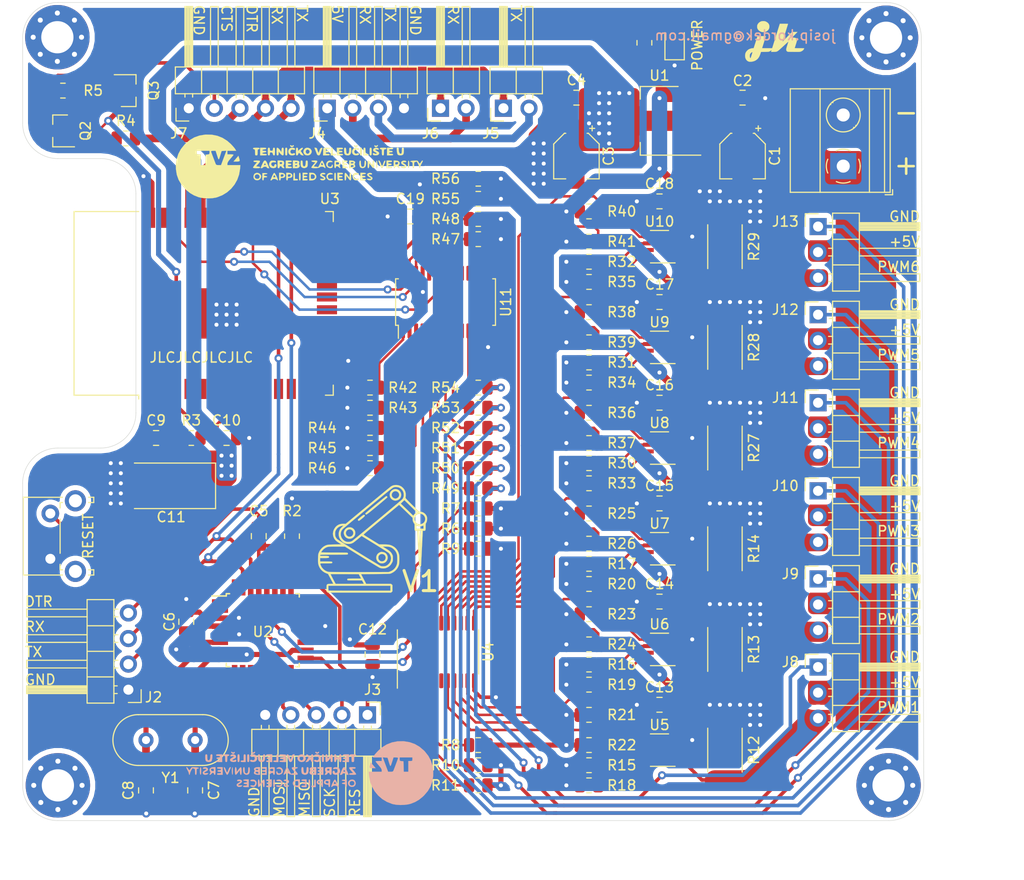
<source format=kicad_pcb>
(kicad_pcb (version 20211014) (generator pcbnew)
  (layers (0 "F.Cu" signal) (31 "B.Cu" signal) (34 "B.Paste" user) (35 "F.Paste" user) (36 "B.SilkS" user "B.Silkscreen") (37 "F.SilkS" user "F.Silkscreen") (38 "B.Mask" user) (39 "F.Mask" user) (44 "Edge.Cuts" user))
  (net 0 "")
  (net 1 "+5V")
  (net 2 "GND")
  (net 3 "+3V3")
  (net 4 "DTR")
  (net 5 "RES")
  (net 6 "Net-(C7-Pad1)")
  (net 7 "Net-(C8-Pad1)")
  (net 8 "EN")
  (net 9 "Net-(D1-Pad2)")
  (net 10 "TXD")
  (net 11 "RXD")
  (net 12 "MOSI")
  (net 13 "MISO")
  (net 14 "SCK")
  (net 15 "Net-(J4-Pad2)")
  (net 16 "Net-(J4-Pad3)")
  (net 17 "TXD0")
  (net 18 "RXD0")
  (net 19 "CTS")
  (net 20 "PWM_1")
  (net 21 "PWM_2")
  (net 22 "PWM_3")
  (net 23 "PWM_4")
  (net 24 "PWM_5")
  (net 25 "PWM_6")
  (net 26 "AT_SCL")
  (net 27 "AT_SDA")
  (net 28 "SCL2")
  (net 29 "SDA2")
  (net 30 "SCL3")
  (net 31 "SDA3")
  (net 32 "SCL4")
  (net 33 "SDA4")
  (net 34 "SCL5")
  (net 35 "SDA5")
  (net 36 "SCL6")
  (net 37 "SDA6")
  (net 38 "SCL7")
  (net 39 "SDA7")
  (net 40 "ESP_SCL")
  (net 41 "ESP_SDA")
  (net 42 "Net-(Q2-Pad1)")
  (net 43 "Net-(Q3-Pad1)")
  (net 44 "Net-(R8-Pad2)")
  (net 45 "Net-(R9-Pad2)")
  (net 46 "Net-(R10-Pad2)")
  (net 47 "Net-(R11-Pad2)")
  (net 48 "Net-(R15-Pad1)")
  (net 49 "Net-(R16-Pad1)")
  (net 50 "Net-(R17-Pad1)")
  (net 51 "Net-(R18-Pad1)")
  (net 52 "Net-(R19-Pad1)")
  (net 53 "Net-(R20-Pad1)")
  (net 54 "Net-(R30-Pad1)")
  (net 55 "Net-(R31-Pad1)")
  (net 56 "Net-(R32-Pad1)")
  (net 57 "Net-(R33-Pad1)")
  (net 58 "Net-(R34-Pad1)")
  (net 59 "Net-(R35-Pad1)")
  (net 60 "Net-(R42-Pad1)")
  (net 61 "Net-(R43-Pad1)")
  (net 62 "Net-(R44-Pad1)")
  (net 63 "Net-(R45-Pad1)")
  (net 64 "Net-(R46-Pad1)")
  (net 65 "OE")
  (net 66 "Net-(R48-Pad1)")
  (net 67 "Net-(R49-Pad2)")
  (net 68 "Net-(R50-Pad2)")
  (net 69 "Net-(R51-Pad2)")
  (net 70 "Net-(R52-Pad2)")
  (net 71 "Net-(R53-Pad2)")
  (net 72 "Net-(R54-Pad2)")
  (net 126 "DTR2")
  (net 127 "Net-(J9-Pad3)")
  (net 128 "Net-(J10-Pad3)")
  (net 129 "Net-(J11-Pad3)")
  (net 130 "Net-(J12-Pad3)")
  (net 131 "Net-(J13-Pad3)")
  (net 132 "Net-(J8-Pad3)")
  (net 133 "Net-(R57-Pad2)")
  (net 134 "SCL1")
  (net 135 "SDA1")
  (footprint "Capacitor_SMD:C_0805_2012Metric" (layer "F.Cu") (at 163.75 74.7)
    (fp_text reference "C2")
    (fp_text value "1u")
  )
  (footprint "Capacitor_SMD:C_0805_2012Metric" (layer "F.Cu") (at 147.25 74.7 180)
    (fp_text reference "C4")
    (fp_text value "1u")
  )
  (footprint "Capacitor_SMD:C_0805_2012Metric" (layer "F.Cu") (at 115.7 118.25 90)
    (fp_text reference "C5")
    (fp_text value "100n")
  )
  (footprint "Capacitor_SMD:C_0805_2012Metric" (layer "F.Cu") (at 108.5 126.75 90)
    (fp_text reference "C6")
    (fp_text value "100n")
  )
  (footprint "LED_SMD:LED_0805_2012Metric" (layer "F.Cu") (at 157 69.25 90)
    (fp_text reference "D1" hide)
    (fp_text value "RED")
  )
  (footprint "Package_TO_SOT_SMD:SOT-23" (layer "F.Cu") (at 96 78 180)
    (fp_text reference "Q2")
    (fp_text value "S8050")
  )
  (footprint "Package_TO_SOT_SMD:SOT-23" (layer "F.Cu") (at 102.75 74)
    (fp_text reference "Q3")
    (fp_text value "S8050")
  )
  (footprint "Resistor_SMD:R_0805_2012Metric" (layer "F.Cu") (at 154 69.25 90)
    (fp_text reference "R1" hide)
    (fp_text value "470")
  )
  (footprint "Resistor_SMD:R_0805_2012Metric" (layer "F.Cu") (at 119 118.25 -90)
    (fp_text reference "R2")
    (fp_text value "10k")
  )
  (footprint "Resistor_SMD:R_0805_2012Metric" (layer "F.Cu") (at 102.5 78.75 180)
    (fp_text reference "R4")
    (fp_text value "10k")
  )
  (footprint "Button_Switch_THT:SW_Tactile_SPST_Angled_PTS645Vx39-2LFS" (layer "F.Cu") (at 95 120.5 90)
    (fp_text reference "SW1" hide)
    (fp_text value "RESET")
  )
  (footprint "Package_QFP:TQFP-32_7x7mm_P0.8mm" (layer "F.Cu") (at 116.1 127.59)
    (fp_text reference "U2")
    (fp_text value "ATmega328P-AU")
  )
  (footprint "Capacitor_SMD:CP_Elec_4x5.4" (layer "F.Cu") (at 163.75 80.5 -90)
    (fp_text reference "C1")
    (fp_text value "4u7")
  )
  (footprint "Capacitor_SMD:CP_Elec_4x5.4" (layer "F.Cu") (at 147.25 80.5 -90)
    (fp_text reference "C3")
    (fp_text value "4u7")
  )
  (footprint "Capacitor_SMD:C_0805_2012Metric" (layer "F.Cu") (at 109.38 143.5 -90)
    (fp_text reference "C7")
    (fp_text value "22p")
  )
  (footprint "Capacitor_SMD:C_0805_2012Metric" (layer "F.Cu") (at 104.5 143.5 -90)
    (fp_text reference "C8")
    (fp_text value "22p")
  )
  (footprint "Crystal:Crystal_HC49-4H_Vertical" (layer "F.Cu") (at 104.5 138.5)
    (fp_text reference "Y1")
    (fp_text value "16MHz")
  )
  (footprint "Resistor_SMD:R_0805_2012Metric" (layer "F.Cu") (at 148.5 103 180)
    (fp_text reference "R34")
    (fp_text value "10k")
  )
  (footprint "Resistor_SMD:R_0805_2012Metric" (layer "F.Cu") (at 148.5 99)
    (fp_text reference "R39")
    (fp_text value "10k")
  )
  (footprint "Resistor_SMD:R_0805_2012Metric" (layer "F.Cu") (at 148.5 93 180)
    (fp_text reference "R35")
    (fp_text value "10k")
  )
  (footprint "Resistor_SMD:R_0805_2012Metric" (layer "F.Cu") (at 137.5 111.5 180)
    (fp_text reference "R50")
    (fp_text value "220")
  )
  (footprint "Resistor_SMD:R_0805_2012Metric" (layer "F.Cu") (at 137.5 113.5 180)
    (fp_text reference "R49")
    (fp_text value "220")
  )
  (footprint "Resistor_SMD:R_0805_2012Metric" (layer "F.Cu") (at 137.5 86.75)
    (fp_text reference "R48")
    (fp_text value "10k")
  )
  (footprint "Resistor_SMD:R_0805_2012Metric" (layer "F.Cu") (at 126.75 107.5 180)
    (fp_text reference "R44")
    (fp_text value "10k")
  )
  (footprint "Resistor_SMD:R_0805_2012Metric" (layer "F.Cu") (at 148.5 113 180)
    (fp_text reference "R33")
    (fp_text value "10k")
  )
  (footprint "Resistor_SMD:R_0805_2012Metric" (layer "F.Cu") (at 137.5 88.75)
    (fp_text reference "R47")
    (fp_text value "10k")
  )
  (footprint "Resistor_SMD:R_0805_2012Metric" (layer "F.Cu") (at 148.5 86)
    (fp_text reference "R40")
    (fp_text value "10k")
  )
  (footprint "Resistor_SMD:R_0805_2012Metric" (layer "F.Cu") (at 148.5 109)
    (fp_text reference "R37")
    (fp_text value "10k")
  )
  (footprint "Resistor_SMD:R_0805_2012Metric" (layer "F.Cu") (at 126.75 111.5 180)
    (fp_text reference "R46")
    (fp_text value "10k")
  )
  (footprint "Resistor_SMD:R_0805_2012Metric" (layer "F.Cu") (at 126.75 105.5 180)
    (fp_text reference "R43")
    (fp_text value "10k")
  )
  (footprint "Resistor_SMD:R_0805_2012Metric" (layer "F.Cu") (at 148.5 106)
    (fp_text reference "R36")
    (fp_text value "10k")
  )
  (footprint "Resistor_SMD:R_0805_2012Metric" (layer "F.Cu") (at 148.5 89)
    (fp_text reference "R41")
    (fp_text value "10k")
  )
  (footprint "Resistor_SMD:R_0805_2012Metric" (layer "F.Cu") (at 126.75 109.5 180)
    (fp_text reference "R45")
    (fp_text value "10k")
  )
  (footprint "Resistor_SMD:R_0805_2012Metric" (layer "F.Cu") (at 126.75 103.5 180)
    (fp_text reference "R42")
    (fp_text value "10k")
  )
  (footprint "Resistor_SMD:R_0805_2012Metric" (layer "F.Cu") (at 148.5 96)
    (fp_text reference "R38")
    (fp_text value "10k")
  )
  (footprint "Resistor_SMD:R_0805_2012Metric" (layer "F.Cu") (at 148.5 129)
    (fp_text reference "R24")
    (fp_text value "10k")
  )
  (footprint "Resistor_SMD:R_0805_2012Metric" (layer "F.Cu") (at 148.5 133 180)
    (fp_text reference "R19")
    (fp_text value "10k")
  )
  (footprint "Resistor_SMD:R_0805_2012Metric" (layer "F.Cu") (at 148.5 101 180)
    (fp_text reference "R31")
    (fp_text value "10k")
  )
  (footprint "Resistor_SMD:R_0805_2012Metric" (layer "F.Cu") (at 148.5 119)
    (fp_text reference "R26")
    (fp_text value "10k")
  )
  (footprint "Resistor_SMD:R_0805_2012Metric" (layer "F.Cu") (at 148.5 121 180)
    (fp_text reference "R17")
    (fp_text value "10k")
  )
  (footprint "Resistor_SMD:R_0805_2012Metric" (layer "F.Cu") (at 137.5 141 180)
    (fp_text reference "R10")
    (fp_text value "10k")
  )
  (footprint "Resistor_SMD:R_0805_2012Metric" (layer "F.Cu") (at 148.5 111 180)
    (fp_text reference "R30")
    (fp_text value "10k")
  )
  (footprint "Resistor_SMD:R_0805_2012Metric" (layer "F.Cu") (at 148.5 143 180)
    (fp_text reference "R18")
    (fp_text value "10k")
  )
  (footprint "Resistor_SMD:R_0805_2012Metric" (layer "F.Cu") (at 148.5 141 180)
    (fp_text reference "R15")
    (fp_text value "10k")
  )
  (footprint "Resistor_SMD:R_0805_2012Metric" (layer "F.Cu") (at 148.5 126)
    (fp_text reference "R23")
    (fp_text value "10k")
  )
  (footprint "Resistor_SMD:R_0805_2012Metric" (layer "F.Cu") (at 148.5 139)
    (fp_text reference "R22")
    (fp_text value "10k")
  )
  (footprint "Resistor_SMD:R_0805_2012Metric" (layer "F.Cu") (at 148.5 116)
    (fp_text reference "R25")
    (fp_text value "10k")
  )
  (footprint "Resistor_SMD:R_0805_2012Metric" (layer "F.Cu") (at 137.5 143 180)
    (fp_text reference "R11")
    (fp_text value "10k")
  )
  (footprint "Resistor_SMD:R_0805_2012Metric" (layer "F.Cu") (at 148.5 136)
    (fp_text reference "R21")
    (fp_text value "10k")
  )
  (footprint "Resistor_SMD:R_0805_2012Metric" (layer "F.Cu") (at 148.5 131 180)
    (fp_text reference "R16")
    (fp_text value "10k")
  )
  (footprint "Resistor_SMD:R_0805_2012Metric" (layer "F.Cu") (at 137.5 119.5 180)
    (fp_text reference "R9")
    (fp_text value "10k")
  )
  (footprint "Resistor_SMD:R_0805_2012Metric" (layer "F.Cu") (at 148.5 91 180)
    (fp_text reference "R32")
    (fp_text value "10k")
  )
  (footprint "Resistor_SMD:R_0805_2012Metric" (layer "F.Cu") (at 148.5 123 180)
    (fp_text reference "R20")
    (fp_text value "10k")
  )
  (footprint "Package_TO_SOT_SMD:SOT-23-8" (layer "F.Cu") (at 155.5 119.5 180)
    (fp_text reference "U7")
    (fp_text value "INA219AxDCN")
  )
  (footprint "Package_TO_SOT_SMD:SOT-23-8" (layer "F.Cu") (at 155.5 139.5 180)
    (fp_text reference "U5")
    (fp_text value "INA219AxDCN")
  )
  (footprint "Package_TO_SOT_SMD:SOT-23-8" (layer "F.Cu") (at 155.5 109.5 180)
    (fp_text reference "U8")
    (fp_text value "INA219AxDCN")
  )
  (footprint "Package_SO:TSSOP-28_4.4x9.7mm_P0.65mm" (layer "F.Cu") (at 134.25 95 90)
    (fp_text reference "U11")
    (fp_text value "PCA9685PW")
  )
  (footprint "Package_TO_SOT_SMD:SOT-23-8" (layer "F.Cu") (at 155.5 89.5 180)
    (fp_text reference "U10")
    (fp_text value "INA219AxDCN")
  )
  (footprint "Package_TO_SOT_SMD:SOT-23-8" (layer "F.Cu") (at 155.5 129.5 180)
    (fp_text reference "U6")
    (fp_text value "INA219AxDCN")
  )
  (footprint "Package_SO:TSSOP-24_4.4x7.8mm_P0.65mm" (layer "F.Cu") (at 133.5 129.75 90)
    (fp_text reference "U4")
    (fp_text value "TCA9548APWR")
  )
  (footprint "Package_TO_SOT_SMD:SOT-23-8" (layer "F.Cu") (at 155.5 99.5 180)
    (fp_text reference "U9")
    (fp_text value "INA219AxDCN")
  )
  (footprint "Resistor_SMD:R_2512_6332Metric" (layer "F.Cu") (at 162 129.5 90)
    (fp_text reference "R13")
    (fp_text value "R100")
  )
  (footprint "Resistor_SMD:R_2512_6332Metric" (layer "F.Cu") (at 162 139.5 90)
    (fp_text reference "R12")
    (fp_text value "R100")
  )
  (footprint "Resistor_SMD:R_2512_6332Metric" (layer "F.Cu") (at 162 99.5 90)
    (fp_text reference "R28")
    (fp_text value "R100")
  )
  (footprint "Resistor_SMD:R_2512_6332Metric" (layer "F.Cu") (at 162 109.5 90)
    (fp_text reference "R27")
    (fp_text value "R100")
  )
  (footprint "Resistor_SMD:R_2512_6332Metric" (layer "F.Cu") (at 162 119.5 90)
    (fp_text reference "R14")
    (fp_text value "R100")
  )
  (footprint "Resistor_SMD:R_0805_2012Metric" (layer "F.Cu") (at 137.5 139 180)
    (fp_text reference "R8")
    (fp_text value "10k")
  )
  (footprint "Resistor_SMD:R_0805_2012Metric" (layer "F.Cu") (at 137.5 115.5 180)
    (fp_text reference "R7")
    (fp_text value "10k")
  )
  (footprint "Resistor_SMD:R_0805_2012Metric" (layer "F.Cu") (at 137.5 117.5 180)
    (fp_text reference "R6")
    (fp_text value "10k")
  )
  (footprint "Resistor_SMD:R_0805_2012Metric" (layer "F.Cu") (at 137.5 109.5 180)
    (fp_text reference "R51")
    (fp_text value "220")
  )
  (footprint "Resistor_SMD:R_0805_2012Metric" (layer "F.Cu") (at 137.5 84.75 180)
    (fp_text reference "R55")
    (fp_text value "10k")
  )
  (footprint "Resistor_SMD:R_0805_2012Metric" (layer "F.Cu") (at 137.5 103.5 180)
    (fp_text reference "R54")
    (fp_text value "220")
  )
  (footprint "Resistor_SMD:R_0805_2012Metric" (layer "F.Cu") (at 137.5 105.5 180)
    (fp_text reference "R53")
    (fp_text value "220")
  )
  (footprint "Resistor_SMD:R_0805_2012Metric" (layer "F.Cu") (at 137.5 82.75 180)
    (fp_text reference "R56")
    (fp_text value "10k")
  )
  (footprint "Resistor_SMD:R_0805_2012Metric" (layer "F.Cu") (at 137.5 107.5 180)
    (fp_text reference "R52")
    (fp_text value "220")
  )
  (footprint "Resistor_SMD:R_2512_6332Metric" (layer "F.Cu") (at 162 89.5 90)
    (fp_text reference "R29")
    (fp_text value "R100")
  )
  (footprint "MountingHole:MountingHole_3.2mm_M3_Pad_Via" (layer "F.Cu") (at 178.25 143)
    (fp_text reference "H3" hide)
    (fp_text value "MountingHole")
  )
  (footprint "Capacitor_SMD:C_0805_2012Metric" (layer "F.Cu") (at 155.5 95 180)
    (fp_text reference "C17")
    (fp_text value "100n")
  )
  (footprint "Capacitor_SMD:C_0805_2012Metric" (layer "F.Cu") (at 155.5 105 180)
    (fp_text reference "C16")
    (fp_text value "100n")
  )
  (footprint "Capacitor_SMD:C_0805_2012Metric" (layer "F.Cu") (at 130.75 86.5 180)
    (fp_text reference "C19")
    (fp_text value "10u")
  )
  (footprint "Capacitor_SMD:C_0805_2012Metric" (layer "F.Cu") (at 155.5 135 180)
    (fp_text reference "C13")
    (fp_text value "100n")
  )
  (footprint "Capacitor_SMD:C_0805_2012Metric" (layer "F.Cu") (at 155.5 85 180)
    (fp_text reference "C18")
    (fp_text value "100n")
  )
  (footprint "Capacitor_SMD:C_0805_2012Metric" (layer "F.Cu") (at 155.5 124.75 180)
    (fp_text reference "C14")
    (fp_text value "100n")
  )
  (footprint "Capacitor_SMD:C_0805_2012Metric" (layer "F.Cu") (at 127 130 -90)
    (fp_text reference "C12")
    (fp_text value "10u")
  )
  (footprint "Capacitor_SMD:C_0805_2012Metric" (layer "F.Cu") (at 155.5 115 180)
    (fp_text reference "C15")
    (fp_text value "100n")
  )
  (footprint "MountingHole:MountingHole_3.2mm_M3_Pad_Via" (layer "F.Cu") (at 95.697056 68.697056)
    (fp_text reference "H1" hide)
    (fp_text value "MountingHole")
  )
  (footprint "MountingHole:MountingHole_3.2mm_M3_Pad_Via" (layer "F.Cu") (at 178 68.75)
    (fp_text reference "H2" hide)
    (fp_text value "MountingHole")
  )
  (footprint "MountingHole:MountingHole_3.2mm_M3_Pad_Via" (layer "F.Cu") (at 95.75 143)
    (fp_text reference "H4" hide)
    (fp_text value "MountingHole")
  )
  (footprint "Package_TO_SOT_SMD:SOT-223-3_TabPin2" (layer "F.Cu") (at 155.5 77 180)
    (fp_text reference "U1")
    (fp_text value "AMS1117-3.3")
  )
  (footprint "Connector_PinHeader_2.54mm:PinHeader_1x03_P2.54mm_Horizontal" (layer "F.Cu") (at 171.25 131.25)
    (fp_text reference "J8")
    (fp_text value "Conn_01x03_Male")
  )
  (footprint "Connector_PinHeader_2.54mm:PinHeader_1x03_P2.54mm_Horizontal" (layer "F.Cu") (at 171.25 122.5)
    (fp_text reference "J9")
    (fp_text value "Conn_01x03_Male")
  )
  (footprint "Connector_PinHeader_2.54mm:PinHeader_1x03_P2.54mm_Horizontal" (layer "F.Cu") (at 171.25 113.75)
    (fp_text reference "J10")
    (fp_text value "Conn_01x03_Male")
  )
  (footprint "Connector_PinHeader_2.54mm:PinHeader_1x03_P2.54mm_Horizontal" (layer "F.Cu") (at 171.25 105)
    (fp_text reference "J11")
    (fp_text value "Conn_01x03_Male")
  )
  (footprint "Connector_PinHeader_2.54mm:PinHeader_1x03_P2.54mm_Horizontal" (layer "F.Cu") (at 171.25 96.25)
    (fp_text reference "J12")
    (fp_text value "Conn_01x03_Male")
  )
  (footprint "Connector_PinHeader_2.54mm:PinHeader_1x03_P2.54mm_Horizontal" (layer "F.Cu") (at 171.25 87.5)
    (fp_text reference "J13")
    (fp_text value "Conn_01x03_Male")
  )
  (footprint "Connector_PinHeader_2.54mm:PinHeader_1x04_P2.54mm_Horizontal" (layer "F.Cu") (at 102.75 133.5 180)
    (fp_text reference "J2")
    (fp_text value "Prog")
  )
  (footprint "Resistor_SMD:R_0805_2012Metric" (layer "F.Cu") (at 109 108.5 180)
    (fp_text reference "R3")
    (fp_text value "10k")
  )
  (footprint "Capacitor_SMD:C_0805_2012Metric" (layer "F.Cu") (at 112.5 108.5 180)
    (fp_text reference "C10")
    (fp_text value "1u/50V")
  )
  (footprint "Capacitor_SMD:C_0805_2012Metric" (layer "F.Cu") (at 105.5 108.5 180)
    (fp_text reference "C9")
    (fp_text value "100n/50V")
  )
  (footprint "Capacitor_Tantalum_SMD:CP_EIA-7343-31_Kemet-D" (layer "F.Cu") (at 107 113.25 180)
    (fp_text reference "C11")
    (fp_text value "1000u")
  )
  (footprint "Connector_PinHeader_2.54mm:PinHeader_1x05_P2.54mm_Horizontal" (layer "F.Cu") (at 126.5 136 -90)
    (fp_text reference "J3")
    (fp_text value "Conn_01x05_Male")
  )
  (footprint "Connector_PinHeader_2.54mm:PinHeader_1x02_P2.54mm_Horizontal" (layer "F.Cu") (at 140 75.75 90)
    (fp_text reference "J5")
    (fp_text value "Conn_01x02")
  )
  (footprint "RF_Module:ESP32-WROOM-32" (layer "F.Cu") (at 113.219001 95.129999 90)
    (fp_text reference "U3")
    (fp_text value "ESP32-WROOM-32D")
  )
  (footprint "Connector_PinHeader_2.54mm:PinHeader_1x05_P2.54mm_Horizontal" (layer "F.Cu") (at 108.75 75.75 90)
    (fp_text reference "J7")
    (fp_text value "Conn_01x05")
  )
  (footprint "Connector_PinHeader_2.54mm:PinHeader_1x02_P2.54mm_Horizontal" (layer "F.Cu") (at 133.75 75.75 90)
    (fp_text reference "J6")
    (fp_text value "Conn_01x02")
  )
  (footprint "Connector_PinHeader_2.54mm:PinHeader_1x04_P2.54mm_Horizontal" (layer "F.Cu") (at 122.5 75.75 90)
    (fp_text reference "J4")
    (fp_text value "Conn_01x04")
  )
  (footprint "Resistor_SMD:R_0805_2012Metric" (layer "F.Cu") (at 96.25 74)
    (fp_text reference "R5")
    (fp_text value "10k")
  )
  (footprint "TerminalBlock_Phoenix:TerminalBlock_Phoenix_MKDS-1,5-2-5.08_1x02_P5.08mm_Horizontal" (layer "F.Cu") (at 173.75 81.5 90)
    (fp_text reference "J1" hide)
    (fp_text value "5V KON")
  )
  (footprint "RobotskaRuka:logo" (layer "F.Cu") (at 167 69)
    (fp_text reference "G***" hide)
    (fp_text value "LOGO" hide)
  )
  (footprint "RobotskaRuka:ruka" (layer "F.Cu") (at 127 118.5)
    (fp_text reference "G***" hide)
    (fp_text value "LOGO" hide)
  )
  (footprint "RobotskaRuka:tvz" (layer "F.Cu") (at 119.75 81.5)
    (fp_text reference "G***" hide)
    (fp_text value "LOGO" hide)
  )
  (footprint "RobotskaRuka:tvz" (layer "B.Cu") (at 120.75 141.75 180)
    (fp_text reference "G***" hide)
    (fp_text value "LOGO" hide)
  )
  (gr_line (start 179.25 81.5) (end 180.75 81.5) (layer "F.SilkS") (width 0.254))
  (gr_line (start 179.25 76.25) (end 180.75 76.25) (layer "F.SilkS") (width 0.254))
  (gr_line (start 180 82.25) (end 180 80.75) (layer "F.SilkS") (width 0.254))
  (gr_arc (start 95.75 80.75) (mid 93.275126 79.724874) (end 92.25 77.25) (layer "Edge.Cuts") (width 0.05))
  (gr_line (start 100 109.5) (end 95.75 109.5) (layer "Edge.Cuts") (width 0.05))
  (gr_line (start 103.5 84.25) (end 103.5 106) (layer "Edge.Cuts") (width 0.05))
  (gr_line (start 100 80.75) (end 95.75 80.75) (layer "Edge.Cuts") (width 0.05))
  (gr_line (start 181.5 68.75) (end 181.75 143) (layer "Edge.Cuts") (width 0.05))
  (gr_line (start 95.75 65.25) (end 178 65.25) (layer "Edge.Cuts") (width 0.05))
  (gr_line (start 92.25 77.25) (end 92.25 68.75) (layer "Edge.Cuts") (width 0.05))
  (gr_line (start 95.75 146.5) (end 178.25 146.5) (layer "Edge.Cuts") (width 0.05))
  (gr_arc (start 95.75 146.5) (mid 93.275126 145.474874) (end 92.25 143) (layer "Edge.Cuts") (width 0.05))
  (gr_arc (start 92.25 113) (mid 93.275126 110.525126) (end 95.75 109.5) (layer "Edge.Cuts") (width 0.05))
  (gr_arc (start 92.25 68.75) (mid 93.275126 66.275126) (end 95.75 65.25) (layer "Edge.Cuts") (width 0.05))
  (gr_arc (start 178 65.25) (mid 180.474874 66.275126) (end 181.5 68.75) (layer "Edge.Cuts") (width 0.05))
  (gr_arc (start 103.5 106) (mid 102.474874 108.474874) (end 100 109.5) (layer "Edge.Cuts") (width 0.05))
  (gr_arc (start 100 80.75) (mid 102.474874 81.775126) (end 103.5 84.25) (layer "Edge.Cuts") (width 0.05))
  (gr_arc (start 181.75 143) (mid 180.724874 145.474874) (end 178.25 146.5) (layer "Edge.Cuts") (width 0.05))
  (gr_line (start 92.25 143) (end 92.25 113) (layer "Edge.Cuts") (width 0.05))
  (gr_text "josip.kordek@gmail.com" (at 164 68.5) (layer "B.SilkS") (effects (font (size 1 1)) (justify mirror)))
  (gr_text "PWM1\n" (at 179.25 135.25) (layer "F.SilkS") (effects (font (size 1 1))))
  (gr_text "PWM2\n" (at 179.25 126.5) (layer "F.SilkS") (effects (font (size 1 1))))
  (gr_text "+5V" (at 179.845238 132.75) (layer "F.SilkS") (effects (font (size 1 1))))
  (gr_text "GND" (at 179.845238 86.5) (layer "F.SilkS") (effects (font (size 1 1))))
  (gr_text "GND" (at 179.845238 104) (layer "F.SilkS") (effects (font (size 1 1))))
  (gr_text "GND" (at 131.25 67 270) (layer "F.SilkS") (effects (font (size 1 1))))
  (gr_text "TX" (at 141.25 66.333334 270) (layer "F.SilkS") (effects (font (size 1 1))))
  (gr_text "+5V" (at 179.845238 97.75) (layer "F.SilkS") (effects (font (size 1 1))))
  (gr_text "RX" (at 135 66.452381 270) (layer "F.SilkS") (effects (font (size 1 1))))
  (gr_text "V1" (at 131.75 122.75) (layer "F.SilkS") (effects (font (size 2 2) (thickness 0.3))))
  (gr_text "POWER" (at 159.25 69.5 90) (layer "F.SilkS") (effects (font (size 1 1))))
  (gr_text "+5V" (at 179.845238 89) (layer "F.SilkS") (effects (font (size 1 1))))
  (gr_text "MOSI" (at 117.75 144.369047 90) (layer "F.SilkS") (effects (font (size 1 1))))
  (gr_text "+5V" (at 179.845238 106.5) (layer "F.SilkS") (effects (font (size 1 1))))
  (gr_text "GND" (at 179.845238 112.75) (layer "F.SilkS") (effects (font (size 1 1))))
  (gr_text "GND" (at 109.75 67 270) (layer "F.SilkS") (effects (font (size 1 1))))
  (gr_text "MISO" (at 120.25 144.369047 90) (layer "F.SilkS") (effects (font (size 1 1))))
  (gr_text "GND" (at 179.845238 95.25) (layer "F.SilkS") (effects (font (size 1 1))))
  (gr_text "RX" (at 126.25 66.452381 270) (layer "F.SilkS") (effects (font (size 1 1))))
  (gr_text "+5V" (at 179.845238 115.25) (layer "F.SilkS") (effects (font (size 1 1))))
  (gr_text "RES" (at 125.25 144.75 90) (layer "F.SilkS") (effects (font (size 1 1))))
  (gr_text "SCK" (at 122.75 144.702381 90) (layer "F.SilkS") (effects (font (size 1 1))))
  (gr_text "5V" (at 123.5 66.380953 270) (layer "F.SilkS") (effects (font (size 1 1))))
  (gr_text "PWM4\n" (at 179.25 109) (layer "F.SilkS") (effects (font (size 1 1))))
  (gr_text "+5V" (at 179.845238 124) (layer "F.SilkS") (effects (font (size 1 1))))
  (gr_text "RESET" (at 98.75 118.25 90) (layer "F.SilkS") (effects (font (size 1 1))))
  (gr_text "RX" (at 117.5 66.452381 270) (layer "F.SilkS") (effects (font (size 1 1))))
  (gr_text "GND" (at 179.845238 130.25) (layer "F.SilkS") (effects (font (size 1 1))))
  (gr_text "JLCJLCJLCJLC" (at 110 100.5) (layer "F.SilkS") (effects (font (size 1 1))))
  (gr_text "DTR" (at 115 66.857143 270) (layer "F.SilkS") (effects (font (size 1 1))))
  (gr_text "GND" (at 115.25 144.654762 90) (layer "F.SilkS") (effects (font (size 1 1))))
  (gr_text "TX" (at 128.75 66.333334 270) (layer "F.SilkS") (effects (font (size 1 1))))
  (gr_text "PWM6\n" (at 179.25 91.5) (layer "F.SilkS") (effects (font (size 1 1))))
  (gr_text "GND" (at 179.845238 121.5) (layer "F.SilkS") (effects (font (size 1 1))))
  (gr_text "DTR" (at 93.857143 124.75) (layer "F.SilkS") (effects (font (size 1 1))))
  (gr_text "CTS" (at 112.5 66.833334 270) (layer "F.SilkS") (effects (font (size 1 1))))
  (gr_text "PWM3\n" (at 179.25 117.75) (layer "F.SilkS") (effects (font (size 1 1))))
  (gr_text "TX" (at 93.333334 129.75) (layer "F.SilkS") (effects (font (size 1 1))))
  (gr_text "TX" (at 120 66.333334 270) (layer "F.SilkS") (effects (font (size 1 1))))
  (gr_text "PWM5\n" (at 179.25 100.25) (layer "F.SilkS") (effects (font (size 1 1))))
  (gr_text "GND" (at 94 132.5) (layer "F.SilkS") (effects (font (size 1 1))))
  (gr_text "RX" (at 93.452381 127.25) (layer "F.SilkS") (effects (font (size 1 1))))
  (segment (start 147.5875 129) (end 146.25 129) (width 0.508) (layer "F.Cu") (net 1))
  (segment (start 147.5875 96) (end 146.25 96) (width 0.508) (layer "F.Cu") (net 1))
  (segment (start 147.5875 116) (end 146.25 116) (width 0.508) (layer "F.Cu") (net 1))
  (segment (start 119.042 129.59) (end 118.632 130) (width 0.508) (layer "F.Cu") (net 1))
  (segment (start 147.5875 119) (end 146.25 119) (width 0.508) (layer "F.Cu") (net 1))
  (segment (start 156.45 112.95) (end 155.5 112) (width 0.762) (layer "F.Cu") (net 1))
  (segment (start 147.5875 99) (end 146.25 99) (width 0.508) (layer "F.Cu") (net 1))
  (segment (start 158.65 74.7) (end 155.55 74.7) (width 0.762) (layer "F.Cu") (net 1))
  (segment (start 162.8 76.05) (end 163.75 77) (width 0.508) (layer "F.Cu") (net 1))
  (segment (start 155.5 74.75) (end 155.5 73.25) (width 0.762) (layer "F.Cu") (net 1))
  (segment (start 125.3 129.05) (end 124.75 128.5) (width 0.508) (layer "F.Cu") (net 1))
  (segment (start 109.55 127.7) (end 110.06 127.19) (width 0.508) (layer "F.Cu") (net 1))
  (segment (start 131.7 88.3) (end 131.7 86.5) (width 0.3556) (layer "F.Cu") (net 1))
  (segment (start 156.45 135) (end 156.45 132.95) (width 0.762) (layer "F.Cu") (net 1))
  (segment (start 128.3625 126.8875) (end 127 128.25) (width 0.3556) (layer "F.Cu") (net 1))
  (segment (start 162.8 74.7) (end 162.8 76.05) (width 0.508) (layer "F.Cu") (net 1))
  (segment (start 156.45 122.95) (end 155.5 122) (width 0.762) (layer "F.Cu") (net 1))
  (segment (start 157.5 115) (end 158 115.5) (width 0.3556) (layer "F.Cu") (net 1))
  (segment (start 108.79 128.79) (end 108.5 128.5) (width 0.508) (layer "F.Cu") (net 1))
  (segment (start 110.06 127.19) (end 110.56 127.19) (width 0.508) (layer "F.Cu") (net 1))
  (segment (start 155.55 74.7) (end 155.5 74.75) (width 0.762) (layer "F.Cu") (net 1))
  (segment (start 157.48 128.52) (end 156.6 128.52) (width 0.3556) (layer "F.Cu") (net 1))
  (segment (start 138.4125 82.75) (end 139.75 82.75) (width 0.508) (layer "F.Cu") (net 1))
  (segment (start 130.025 89.975) (end 131.7 88.3) (width 0.3556) (layer "F.Cu") (net 1))
  (segment (start 129.925 126.8875) (end 128.3625 126.8875) (width 0.3556) (layer "F.Cu") (net 1))
  (segment (start 158 108) (end 158 105.5) (width 0.3556) (layer "F.Cu") (net 1))
  (segment (start 157.48 118.52) (end 156.6 118.52) (width 0.3556) (layer "F.Cu") (net 1))
  (segment (start 147.5875 109) (end 146.25 109) (width 0.508) (layer "F.Cu") (net 1))
  (segment (start 157.48 108.52) (end 158 108) (width 0.3556) (layer "F.Cu") (net 1))
  (segment (start 139.75 115.5) (end 138.4125 115.5) (width 0.508) (layer "F.Cu") (net 1))
  (segment (start 130.025 92.1375) (end 130.025 89.975) (width 0.3556) (layer "F.Cu") (net 1))
  (segment (start 127 129.05) (end 125.3 129.05) (width 0.508) (layer "F.Cu") (net 1))
  (segment (start 156.45 95) (end 156.45 92.95) (width 0.762) (layer "F.Cu") (net 1))
  (segment (start 155.5 73.25) (end 155.25 73) (width 0.762) (layer "F.Cu") (net 1))
  (segment (start 111.85 128.79) (end 108.79 128.79) (width 0.508) (layer "F.Cu") (net 1))
  (segment (start 158 128) (end 157.48 128.52) (width 0.3556) (layer "F.Cu") (net 1))
  (segment (start 156.25 74) (end 156.95 74.7) (width 0.762) (layer "F.Cu") (net 1))
  (segment (start 156.45 115) (end 156.45 112.95) (width 0.762) (layer "F.Cu") (net 1))
  (segment (start 158 138) (end 157.48 138.52) (width 0.3556) (layer "F.Cu") (net 1))
  (segment (start 157.5 124.75) (end 158 125.25) (width 0.3556) (layer "F.Cu") (net 1))
  (segment (start 156.45 132.95) (end 155.5 132) (width 0.762) (layer "F.Cu") (net 1))
  (segment (start 131.7 83.313) (end 131.699 83.312) (width 0.762) (layer "F.Cu") (net 1))
  (segment (start 147.5875 106) (end 146.25 106) (width 0.508) (layer "F.Cu") (net 1))
  (segment (start 147.5875 136) (end 146.25 136) (width 0.508) (layer "F.Cu") (net 1))
  (segment (start 156.6 88.52) (end 157.48 88.52) (width 0.3556) (layer "F.Cu") (net 1))
  (segment (start 157.5 95) (end 158 95.5) (width 0.3556) (layer "F.Cu") (net 1))
  (segment (start 157.5 135) (end 158 135.5) (width 0.3556) (layer "F.Cu") (net 1))
  (segment (start 119 117.3375) (end 119 114.5) (width 0.508) (layer "F.Cu") (net 1))
  (segment (start 127 128.25) (end 127 129.05) (width 0.3556) (layer "F.Cu") (net 1))
  (segment (start 147.5875 139) (end 146.25 139) (width 0.508) (layer "F.Cu") (net 1))
  (segment (start 146.25 139) (end 138.4125 139) (width 0.508) (layer "F.Cu") (net 1))
  (segment (start 154 71.75) (end 155.25 73) (width 0.762) (layer "F.Cu") (net 1))
  (segment (start 154 70.1625) (end 154 71.75) (width 0.762) (layer "F.Cu") (net 1))
  (segment (start 131.7 86.5) (end 131.7 83.313) (width 0.762) (layer "F.Cu") (net 1))
  (segment (start 139.75 117.5) (end 138.4125 117.5) (width 0.508) (layer "F.Cu") (net 1))
  (segment (start 155.25 73) (end 156.25 74) (width 0.762) (layer "F.Cu") (net 1))
  (segment (start 157.25 105) (end 156.45 105) (width 0.3556) (layer "F.Cu") (net 1))
  (segment (start 111.85 127.19) (end 110.56 127.19) (width 0.508) (layer "F.Cu") (net 1))
  (segment (start 155.5 74.75) (end 156.25 74) (width 0.762) (layer "F.Cu") (net 1))
  (segment (start 156.6 108.52) (end 157.48 108.52) (width 0.3556) (layer "F.Cu") (net 1))
  (segment (start 157.5 105) (end 157.25 105) (width 0.3556) (layer "F.Cu") (net 1))
  (segment (start 147.5875 89) (end 146.25 89) (width 0.508) (layer "F.Cu") (net 1))
  (segment (start 157.5 85) (end 156.45 85) (width 0.3556) (layer "F.Cu") (net 1))
  (segment (start 156.45 124.75) (end 157.5 124.75) (width 0.3556) (layer "F.Cu") (net 1))
  (segment (start 108.5 127.7) (end 108.5 128.5) (width 0.762) (layer "F.Cu") (net 1))
  (segment (start 120.35 129.59) (end 119.042 129.59) (width 0.508) (layer "F.Cu") (net 1))
  (segment (start 158 95.5) (end 158 98) (width 0.3556) (layer "F.Cu") (net 1))
  (segment (start 158 105.5) (end 157.5 105) (width 0.3556) (layer "F.Cu") (net 1))
  (segment (start 155.5 74.75) (end 156.9 74.75) (width 0.762) (layer "F.Cu") (net 1))
  (segment (start 158 88) (end 158 85.5) (width 0.3556) (layer "F.Cu") (net 1))
  (segment (start 158 85.5) (end 157.5 85) (width 0.3556) (layer "F.Cu") (net 1))
  (segment (start 147.5875 126) (end 146.25 126) (width 0.508) (layer "F.Cu") (net 1))
  (segment (start 156.45 102.95) (end 155.5 102) (width 0.762) (layer "F.Cu") (net 1))
  (segment (start 118.632 130) (end 114.5 130) (width 0.508) (layer "F.Cu") (net 1))
  (segment (start 163.75 77) (end 163.75 78.7) (width 0.508) (layer "F.Cu") (net 1))
  (segment (start 156.45 105) (end 156.45 102.95) (width 0.762) (layer "F.Cu") (net 1))
  (segment (start 108.5 128.5) (end 107.5 129.5) (width 0.762) (layer "F.Cu") (net 1))
  (segment (start 138.4125 84.75) (end 139.75 84.75) (width 0.508) (layer "F.Cu") (net 1))
  (segment (start 157.48 138.52) (end 156.6 138.52) (width 0.3556) (layer "F.Cu") (net 1))
  (segment (start 156.45 124.75) (end 156.45 122.95) (width 0.762) (layer "F.Cu") (net 1))
  (segment (start 156.45 115) (end 157.5 115) (width 0.3556) (layer "F.Cu") (net 1))
  (segment (start 156.45 85) (end 156.45 82.7) (width 0.762) (layer "F.Cu") (net 1))
  (segment (start 158 125.25) (end 158 128) (width 0.3556) (layer "F.Cu") (net 1))
  (segment (start 156.45 92.95) (end 155.5 92) (width 0.762) (layer "F.Cu") (net 1))
  (segment (start 156.9 74.75) (end 156.95 74.7) (width 0.762) (layer "F.Cu") (net 1))
  (segment (start 157.48 88.52) (end 158 88) (width 0.3556) (layer "F.Cu") (net 1))
  (segment (start 147.5875 86) (end 146.25 86) (width 0.508) (layer "F.Cu") (net 1))
  (segment (start 156.45 82.7) (end 155.5 81.75) (width 0.762) (layer "F.Cu") (net 1))
  (segment (start 108.5 127.7) (end 109.55 127.7) (width 0.508) (layer "F.Cu") (net 1))
  (segment (start 156.45 135) (end 157.5 135) (width 0.3556) (layer "F.Cu") (net 1))
  (segment (start 158 118) (end 157.48 118.52) (width 0.3556) (layer "F.Cu") (net 1))
  (segment (start 157.48 98.52) (end 156.6 98.52) (width 0.3556) (layer "F.Cu") (net 1))
  (segment (start 158 135.5) (end 158 138) (width 0.3556) (layer "F.Cu") (net 1))
  (segment (start 156.45 95) (end 157.5 95) (width 0.3556) (layer "F.Cu") (net 1))
  (segment (start 158 98) (end 157.48 98.52) (width 0.3556) (layer "F.Cu") (net 1))
  (segment (start 162.8 74.7) (end 158.65 74.7) (width 0.508) (layer "F.Cu") (net 1))
  (segment (start 158 115.5) (end 158 118) (width 0.3556) (layer "F.Cu") (net 1))
  (via (at 146.25 119) (size 0.8) (drill 0.4) (layers "F.Cu" "B.Cu") (net 1))
  (via (at 155.5 81.75) (size 0.8) (drill 0.4) (layers "F.Cu" "B.Cu") (net 1))
  (via (at 131.699 83.312) (size 0.8) (drill 0.4) (layers "F.Cu" "B.Cu") (net 1))
  (via (at 139.75 82.75) (size 0.8) (drill 0.4) (layers "F.Cu" "B.Cu") (net 1))
  (via (at 114.5 130) (size 0.8) (drill 0.4) (layers "F.Cu" "B.Cu") (net 1))
  (via (at 155.5 92) (size 0.8) (drill 0.4) (layers "F.Cu" "B.Cu") (net 1))
  (via (at 146.25 116) (size 0.8) (drill 0.4) (layers "F.Cu" "B.Cu") (net 1))
  (via (at 146.25 96) (size 0.8) (drill 0.4) (layers "F.Cu" "B.Cu") (net 1))
  (via (at 155.5 112) (size 0.8) (drill 0.4) (layers "F.Cu" "B.Cu") (net 1))
  (via (at 146.25 89) (size 0.8) (drill 0.4) (layers "F.Cu" "B.Cu") (net 1))
  (via (at 139.75 117.5) (size 0.8) (drill 0.4) (layers "F.Cu" "B.Cu") (net 1))
  (via (at 155.5 122) (size 0.8) (drill 0.4) (layers "F.Cu" "B.Cu") (net 1))
  (via (at 146.25 109) (size 0.8) (drill 0.4) (layers "F.Cu" "B.Cu") (net 1))
  (via (at 155.5 132) (size 0.8) (drill 0.4) (layers "F.Cu" "B.Cu") (net 1))
  (via (at 119 114.5) (size 0.8) (drill 0.4) (layers "F.Cu" "B.Cu") (net 1))
  (via (at 107.5 129.5) (size 0.8) (drill 0.4) (layers "F.Cu" "B.Cu") (net 1))
  (via (at 146.25 86) (size 0.8) (drill 0.4) (layers "F.Cu" "B.Cu") (net 1))
  (via (at 155.5 102) (size 0.8) (drill 0.4) (layers "F.Cu" "B.Cu") (net 1))
  (via (at 139.75 84.75) (size 0.8) (drill 0.4) (layers "F.Cu" "B.Cu") (net 1))
  (via (at 146.25 139) (size 0.8) (drill 0.4) (layers "F.Cu" "B.Cu") (net 1))
  (via (at 155.5 74.75) (size 0.8) (drill 0.4) (layers "F.Cu" "B.Cu") (net 1))
  (via (at 146.25 126) (size 0.8) (drill 0.4) (layers "F.Cu" "B.Cu") (net 1))
  (via (at 146.25 129) (size 0.8) (drill 0.4) (layers "F.Cu" "B.Cu") (net 1))
  (via (at 146.25 106) (size 0.8) (drill 0.4) (layers "F.Cu" "B.Cu") (net 1))
  (via (at 146.25 136) (size 0.8) (drill 0.4) (layers "F.Cu" "B.Cu") (net 1))
  (via (at 146.25 99) (size 0.8) (drill 0.4) (layers "F.Cu" "B.Cu") (net 1))
  (via (at 124.75 128.5) (size 0.8) (drill 0.4) (layers "F.Cu" "B.Cu") (net 1))
  (via (at 139.75 115.5) (size 0.8) (drill 0.4) (layers "F.Cu" "B.Cu") (net 1))
  (segment (start 155.5 74.75) (end 155.5 74.75) (width 0.762) (layer "B.Cu") (net 1))
  (segment (start 144.25 90) (end 144.25 94) (width 1.524) (layer "B.Cu") (net 1))
  (segment (start 131.699 84.949) (end 131.699 83.312) (width 1.524) (layer "B.Cu") (net 1))
  (segment (start 146.25 126) (end 143.25 123) (width 1.524) (layer "B.Cu") (net 1))
  (segment (start 142 117.5) (end 144.125 119.625) (width 1.524) (layer "B.Cu") (net 1))
  (segment (start 146.25 139) (end 146.25 136) (width 1.524) (layer "B.Cu") (net 1))
  (segment (start 131.699 86.949) (end 131.699 86.551) (width 1.524) (layer "B.Cu") (net 1))
  (segment (start 108 130) (end 109.25 130) (width 1.524) (layer "B.Cu") (net 1))
  (segment (start 121.75 115.25) (end 122.5 114.5) (width 1.524) (layer "B.Cu") (net 1))
  (segment (start 123.125 116.375) (end 122.875 116.375) (width 1.524) (layer "B.Cu") (net 1))
  (segment (start 144.25 94) (end 146.25 96) (width 1.524) (layer "B.Cu") (net 1))
  (segment (start 148.25 129) (end 149.75 129) (width 1.524) (layer "B.Cu") (net 1))
  (segment (start 146.25 129) (end 145.25 129) (width 1.524) (layer "B.Cu") (net 1))
  (segment (start 146.25 86) (end 146.25 89) (width 1.524) (layer "B.Cu") (net 1))
  (segment (start 143.5 130.75) (end 143.5 133.25) (width 1.524) (layer "B.Cu") (net 1))
  (segment (start 145.25 129) (end 143.5 130.75) (width 1.524) (layer "B.Cu") (net 1))
  (segment (start 146.25 106) (end 149.25 109) (width 1.524) (layer "B.Cu") (net 1))
  (segment (start 111.75 130) (end 110.75 130) (width 1.524) (layer "B.Cu") (net 1))
  (segment (start 139.75 83.874) (end 139.188 83.312) (width 1.524) (layer "B.Cu") (net 1))
  (segment (start 124 114.5) (end 126 114.5) (width 1.524) (layer "B.Cu") (net 1))
  (segment (start 111.75 130) (end 114.5 130) (width 1.524) (layer "B.Cu") (net 1))
  (segment (start 124.125 116.375) (end 126 114.5) (width 1.524) (layer "B.Cu") (net 1))
  (segment (start 139.75 84.75) (end 141.5 84.75) (width 1.524) (layer "B.Cu") (net 1))
  (segment (start 152.5 99) (end 155.5 102) (width 1.524) (layer "B.Cu") (net 1))
  (segment (start 123.125 116.375) (end 124.125 116.375) (width 1.524) (layer "B.Cu") (net 1))
  (segment (start 143.25 123) (end 143.25 120.5) (width 1.524) (layer "B.Cu") (net 1))
  (segment (start 139.75 115.5) (end 143.75 115.5) (width 0.762) (layer "B.Cu") (net 1))
  (segment (start 146.25 119) (end 149.25 119) (width 1.524) (layer "B.Cu") (net 1))
  (segment (start 152.5 119) (end 155.5 122) (width 1.524) (layer "B.Cu") (net 1))
  (segment (start 146.25 129) (end 148.25 129) (width 1.524) (layer "B.Cu") (net 1))
  (segment (start 131.699 90.199) (end 131.699 86.949) (width 1.524) (layer "B.Cu") (net 1))
  (segment (start 144.526 99.724) (end 144.526 104.276) (width 1.524) (layer "B.Cu") (net 1))
  (segment (start 144.526 100.724) (end 144.526 104.267) (width 0.762) (layer "B.Cu") (net 1))
  (segment (start 146.25 109) (end 142.75 109) (width 1.524) (layer "B.Cu") (net 1))
  (segment (start 133.5 84.75) (end 131.898 84.75) (width 1.524) (layer "B.Cu") (net 1))
  (segment (start 130.062 83.312) (end 131.699 84.949) (width 1.524) (layer "B.Cu") (net 1))
  (segment (start 146.25 86) (end 142.75 86) (width 1.524) (layer "B.Cu") (net 1))
  (segment (start 131.699 86.551) (end 133.5 84.75) (width 1.524) (layer "B.Cu") (net 1))
  (segment (start 149.75 109) (end 152.5 109) (width 1.524) (layer "B.Cu") (net 1))
  (segment (start 109.625 129.625) (end 109.25 130) (width 1.524) (layer "B.Cu") (net 1))
  (segment (start 146.25 87.5) (end 147.75 89) (width 1.524) (layer "B.Cu") (net 1))
  (segment (start 146.25 99) (end 148.5 99) (width 1.524) (layer "B.Cu") (net 1))
  (segment (start 146.25 126) (end 146.25 127) (width 1.524) (layer "B.Cu") (net 1))
  (segment (start 146.25 116) (end 143.75 113.5) (width 1.524) (layer "B.Cu") (net 1))
  (segment (start 145.25 89) (end 144.25 90) (width 1.524) (layer "B.Cu") (net 1))
  (segment (start 109.25 130) (end 111.75 130) (width 1.524) (layer "B.Cu") (net 1))
  (segment (start 149.75 129) (end 152.5 129) (width 1.524) (layer "B.Cu") (net 1))
  (segment (start 131.699 86.949) (end 131.699 84.949) (width 1.524) (layer "B.Cu") (net 1))
  (segment (start 131.898 84.75) (end 131.699 84.949) (width 1.524) (layer "B.Cu") (net 1))
  (segment (start 139.75 82.75) (end 132.261 82.75) (width 1.524) (layer "B.Cu") (net 1))
  (segment (start 142.5 86.25) (end 142.75 86) (width 1.524) (layer "B.Cu") (net 1))
  (segment (start 146.25 96) (end 146.25 96.75) (width 1.524) (layer "B.Cu") (net 1))
  (segment (start 133.75 92.25) (end 131.699 90.199) (width 1.524) (layer "B.Cu") (net 1))
  (segment (start 120.625 116.375) (end 123.125 116.375) (width 1.524) (layer "B.Cu") (net 1))
  (segment (start 139.188 83.312) (end 139.75 82.75) (width 0.762) (layer "B.Cu") (net 1))
  (segment (start 155.5 81.75) (end 154.25 83) (width 1.524) (layer "B.Cu") (net 1))
  (segment (start 146.25 119) (end 147.5 117.75) (width 1.524) (layer "B.Cu") (net 1))
  (segment (start 124.125 116.125) (end 122.5 114.5) (width 1.524) (layer "B.Cu") (net 1))
  (segment (start 124.75 128.5) (end 124.75 118) (width 1.524) (layer "B.Cu") (net 1))
  (segment (start 128.875 111.625) (end 128.875 124.375) (width 1.524) (layer "B.Cu") (net 1))
  (segment (start 142.5 89) (end 142.5 86.25) (width 1.524) (layer "B.Cu") (net 1))
  (segment (start 142.5 109.25) (end 142.5 89) (width 1.524) (layer "B.Cu") (net 1))
  (segment (start 109.625 128.875) (end 109.625 129.625) (width 1.524) (layer "B.Cu") (net 1))
  (segment (start 152.5 89) (end 147.75 89) (width 1.524) (layer "B.Cu") (net 1))
  (segment (start 146.25 126) (end 145 126) (width 1.524) (layer "B.Cu") (net 1))
  (segment (start 143.25 120.5) (end 144.125 119.625) (width 1.524) (layer "B.Cu") (net 1))
  (segment (start 146.25 86) (end 143.5 86) (width 1.524) (layer "B.Cu") (net 1))
  (segment (start 139.75 115.5) (end 141.5 115.5) (width 1.524) (layer "B.Cu") (net 1))
  (segment (start 147.5 117.75) (end 148 117.75) (width 1.524) (layer "B.Cu") (net 1))
  (segment (start 137 84.75) (end 136.75 84.75) (width 1.524) (layer "B.Cu") (net 1))
  (segment (start 146.25 107) (end 148.25 109) (width 1.524) (layer "B.Cu") (net 1))
  (segment (start 146.25 119) (end 144.75 119) (width 1.524) (layer "B.Cu") (net 1))
  (segment (start 142.5 114.5) (end 142.5 109.25) (width 1.524) (layer "B.Cu") (net 1))
  (segment (start 109.625 127.375) (end 109.625 128.875) (width 1.524) (layer "B.Cu") (net 1))
  (segment (start 107.5 129.5) (end 109.625 127.375) (width 1.524) (layer "B.Cu") (net 1))
  (segment (start 136.75 84.75) (end 134.25 87.25) (width 1.524) (layer "B.Cu") (net 1))
  (segment (start 128.875 101.375) (end 133.75 96.5) (width 1.524) (layer "B.Cu") (net 1))
  (segment (start 141 84.75) (end 142.5 86.25) (width 1.524) (layer "B.Cu") (net 1))
  (segment (start 139.75 84.75) (end 137 84.75) (width 1.524) (layer "B.Cu") (net 1))
  (segment (start 120.625 116.375) (end 121.75 115.25) (width 1.524) (layer "B.Cu") (net 1))
  (segment (start 155.5 92) (end 152.5 89) (width 1.524) (layer "B.Cu") (net 1))
  (segment (start 139.75 82.75) (end 142.75 85.75) (width 1.524) (layer "B.Cu") (net 1))
  (segment (start 118.5 118.5) (end 120.625 116.375) (width 1.524) (layer "B.Cu") (net 1))
  (segment (start 127.688 83.312) (end 131.699 83.312) (width 1.524) (layer "B.Cu") (net 1))
  (segment (start 148.25 109) (end 149.75 109) (width 1.524) (layer "B.Cu") (net 1))
  (segment (start 146.25 116) (end 148 117.75) (width 1.524) (layer "B.Cu") (net 1))
  (segment (start 149.25 109) (end 149.75 109) (width 1.524) (layer "B.Cu") (net 1))
  (segment (start 109.625 127.375) (end 118.5 118.5) (width 1.524) (layer "B.Cu") (net 1))
  (segment (start 155.5 81.75) (end 155.5 74.75) (width 1.524) (layer "B.Cu") (net 1))
  (segment (start 146.25 99) (end 146.25 96) (width 1.524) (layer "B.Cu") (net 1))
  (segment (start 119 114.5) (end 122.5 114.5) (width 1.524) (layer "B.Cu") (net 1))
  (segment (start 149.25 99) (end 149.75 99) (width 1.524) (layer "B.Cu") (net 1))
  (segment (start 141.5 84.75) (end 142.75 86) (width 1.524) (layer "B.Cu") (net 1))
  (segment (start 120.625 116.125) (end 120.625 116.375) (width 1.524) (layer "B.Cu") (net 1))
  (segment (start 146.25 127) (end 148.25 129) (width 1.524) (layer "B.Cu") (net 1))
  (segment (start 108 130) (end 107.5 129.5) (width 1.524) (layer "B.Cu") (net 1))
  (segment (start 124.75 115.75) (end 124.75 115.25) (width 1.524) (layer "B.Cu") (net 1))
  (segment (start 146.25 126) (end 149.25 129) (width 1.524) (layer "B.Cu") (net 1))
  (segment (start 149.25 119) (end 152.5 119) (width 1.524) (layer "B.Cu") (net 1))
  (segment (start 122.875 116.375) (end 121.75 115.25) (width 1.524) (layer "B.Cu") (net 1))
  (segment (start 132.261 82.75) (end 131.699 83.312) (width 1.524) (layer "B.Cu") (net 1))
  (segment (start 146.25 106) (end 146.25 109) (width 1.524) (layer "B.Cu") (net 1))
  (segment (start 137 84.75) (end 133.5 84.75) (width 1.524) (layer "B.Cu") (net 1))
  (segment (start 122.5 75.75) (end 122.5 78.124) (width 1.524) (layer "B.Cu") (net 1))
  (segment (start 131.699 83.312) (end 139.188 83.312) (width 1.524) (layer "B.Cu") (net 1))
  (segment (start 149.25 129) (end 149.75 129) (width 1.524) (layer "B.Cu") (net 1))
  (segment (start 149.25 83) (end 146.25 86) (width 1.524) (layer "B.Cu") (net 1))
  (segment (start 146.25 109) (end 148.25 109) (width 1.524) (layer "B.Cu") (net 1))
  (segment (start 146.25 86) (end 146.25 87.5) (width 1.524) (layer "B.Cu") (net 1))
  (segment (start 146.25 96) (end 149.25 99) (width 1.524) (layer "B.Cu") (net 1))
  (segment (start 142.75 109) (end 142.5 109.25) (width 1.524) (layer "B.Cu") (net 1))
  (segment (start 122.5 78.124) (end 127.688 83.312) (width 1.524) (layer "B.Cu") (net 1))
  (segment (start 146.25 106) (end 144.526 104.276) (width 1.524) (layer "B.Cu") (net 1))
  (segment (start 147.75 89) (end 146.25 89) (width 1.524) (layer "B.Cu") (net 1))
  (segment (start 152.5 129) (end 155.5 132) (width 1.524) (layer "B.Cu") (net 1))
  (segment (start 128.875 111.625) (end 128.875 101.375) (width 1.524) (layer "B.Cu") (net 1))
  (segment (start 146.25 106) (end 146.25 107) (width 1.524) (layer "B.Cu") (net 1))
  (segment (start 124.75 118) (end 124.75 115.75) (width 1.524) (layer "B.Cu") (net 1))
  (segment (start 139.75 84.75) (end 141 84.75) (width 1.524) (layer "B.Cu") (net 1))
  (segment (start 144.526 104.276) (end 144.526 104.267) (width 1.524) (layer "B.Cu") (net 1))
  (segment (start 110.75 130) (end 109.625 128.875) (width 1.524) (layer "B.Cu") (net 1))
  (segment (start 119 114.5) (end 120.625 116.125) (width 1.524) (layer "B.Cu") (net 1))
  (segment (start 154.25 83) (end 149.25 83) (width 1.524) (layer "B.Cu") (net 1))
  (segment (start 139.75 115.5) (end 145.75 115.5) (width 1.524) (layer "B.Cu") (net 1))
  (segment (start 149.75 99) (end 152.5 99) (width 1.524) (layer "B.Cu") (net 1))
  (segment (start 139.75 84.75) (end 133.137 84.75) (width 1.524) (layer "B.Cu") (net 1))
  (segment (start 144.75 119) (end 144.125 119.625) (width 1.524) (layer "B.Cu") (net 1))
  (segment (start 142.75 85.75) (end 142.75 86) (width 1.524) (layer "B.Cu") (net 1))
  (segment (start 144.526 104.276) (end 144.526 100.724) (width 1.524) (layer "B.Cu") (net 1))
  (segment (start 139.75 117.5) (end 142 117.5) (width 1.524) (layer "B.Cu") (net 1))
  (segment (start 146.25 119) (end 146.25 116) (width 1.524) (layer "B.Cu") (net 1))
  (segment (start 124.75 118) (end 124.75 116.75) (width 1.524) (layer "B.Cu") (net 1))
  (segment (start 119 118) (end 118.5 118.5) (width 1.524) (layer "B.Cu") (net 1))
  (segment (start 139.75 84.75) (end 139.75 83.874) (width 1.524) (layer "B.Cu") (net 1))
  (segment (start 127.688 83.312) (end 130.062 83.312) (width 1.524) (layer "B.Cu") (net 1))
  (segment (start 146.25 99) (end 145.25 99) (width 1.524) (layer "B.Cu") (net 1))
  (segment (start 146.25 129) (end 146.25 126) (width 1.524) (layer "B.Cu") (net 1))
  (segment (start 139.75 82.75) (end 139.75 84.75) (width 1.524) (layer "B.Cu") (net 1))
  (segment (start 133.75 96.5) (end 133.75 92.25) (width 1.524) (layer "B.Cu") (net 1))
  (segment (start 126 114.5) (end 128.875 111.625) (width 1.524) (layer "B.Cu") (net 1))
  (segment (start 122.5 114.5) (end 124 114.5) (width 1.524) (layer "B.Cu") (net 1))
  (segment (start 145.25 99) (end 144.526 99.724) (width 1.524) (layer "B.Cu") (net 1))
  (segment (start 146.25 96.75) (end 148.5 99) (width 1.524) (layer "B.Cu") (net 1))
  (segment (start 146.25 109) (end 144.75 109) (width 1.524) (layer "B.Cu") (net 1))
  (segment (start 139.75 117.5) (end 139.75 115.5) (width 1.524) (layer "B.Cu") (net 1))
  (segment (start 143.5 133.25) (end 146.25 136) (width 1.524) (layer "B.Cu") (net 1))
  (segment (start 128.875 124.375) (end 124.75 128.5) (width 1.524) (layer "B.Cu") (net 1))
  (segment (start 124.125 116.375) (end 124.125 116.125) (width 1.524) (layer "B.Cu") (net 1))
  (segment (start 119 114.5) (end 119 118) (width 1.524) (layer "B.Cu") (net 1))
  (segment (start 144.75 126) (end 146.25 126) (width 1.524) (layer "B.Cu") (net 1))
  (segment (start 146.25 89) (end 145.25 89) (width 1.524) (layer "B.Cu") (net 1))
  (segment (start 148.5 99) (end 149.75 99) (width 1.524) (layer "B.Cu") (net 1))
  (segment (start 152.5 109) (end 155.5 112) (width 1.524) (layer "B.Cu") (net 1))
  (segment (start 141.5 115.5) (end 142.5 114.5) (width 1.524) (layer "B.Cu") (net 1))
  (segment (start 148 117.75) (end 149.25 119) (width 1.524) (layer "B.Cu") (net 1))
  (segment (start 133.137 84.75) (end 131.699 83.312) (width 1.524) (layer "B.Cu") (net 1))
  (segment (start 145.75 115.5) (end 146.25 116) (width 1.524) (layer "B.Cu") (net 1))
  (segment (start 139.75 119.5) (end 139.75 119.5) (width 0.25) (layer "F.Cu") (net 2))
  (segment (start 138.4125 88.75) (end 139.75 88.75) (width 0.508) (layer "F.Cu") (net 2))
  (segment (start 156.6 129.83) (end 159.92 129.83) (width 0.3556) (layer "F.Cu") (net 2))
  (segment (start 156.6 99.17) (end 158.08 99.17) (width 0.3556) (layer "F.Cu") (net 2))
  (segment (start 147.5875 123) (end 146.25 123) (width 0.508) (layer "F.Cu") (net 2))
  (segment (start 156.6 119.83) (end 159.92 119.83) (width 0.3556) (layer "F.Cu") (net 2))
  (segment (start 129.8 86.5) (end 128.5 86.5) (width 0.508) (layer "F.Cu") (net 2))
  (segment (start 104.964001 83.214001) (end 104.25 82.5) (width 0.762) (layer "F.Cu") (net 2))
  (segment (start 109.8 125.8) (end 110.39 126.39) (width 0.508) (layer "F.Cu") (net 2))
  (segment (start 104.964001 106.535999) (end 104.55 106.95) (width 0.762) (layer "F.Cu") (net 2))
  (segment (start 154.55 85) (end 153.25 85) (width 0.508) (layer "F.Cu") (net 2))
  (segment (start 111.85 127.99) (end 113.74 127.99) (width 0.508) (layer "F.Cu") (net 2))
  (segment (start 113.7035 126.39) (end 113.7285 126.365) (width 0.508) (layer "F.Cu") (net 2))
  (segment (start 162 88) (end 162 86.5375) (width 0.3556) (layer "F.Cu") (net 2))
  (segment (start 120.35 127.19) (end 122.29 127.19) (width 0.508) (layer "F.Cu") (net 2))
  (segment (start 158.08 119.17) (end 158.75 118.5) (width 0.3556) (layer "F.Cu") (net 2))
  (segment (start 104.55 110.45) (end 103.8875 111.1125) (width 0.762) (layer "F.Cu") (net 2))
  (segment (start 138.4125 143) (end 139.75 143) (width 0.508) (layer "F.Cu") (net 2))
  (segment (start 138.475 97.8625) (end 138.475 99.475) (width 0.3556) (layer "F.Cu") (net 2))
  (segment (start 137.75 134.25) (end 139.25 134.25) (width 0.3556) (layer "F.Cu") (net 2))
  (segment (start 103.8875 111.1125) (end 103.8875 113.25) (width 0.762) (layer "F.Cu") (net 2))
  (segment (start 138.4125 119.5) (end 139.75 119.5) (width 0.508) (layer "F.Cu") (net 2))
  (segment (start 162 137.75) (end 162 136.5375) (width 0.3556) (layer "F.Cu") (net 2))
  (segment (start 156.6 129.17) (end 158.08 129.17) (width 0.3556) (layer "F.Cu") (net 2))
  (segment (start 147.5875 103) (end 146.25 103) (width 0.508) (layer "F.Cu") (net 2))
  (segment (start 147.5875 91) (end 146.25 91) (width 0.508) (layer "F.Cu") (net 2))
  (segment (start 154.55 135) (end 153.25 135) (width 0.508) (layer "F.Cu") (net 2))
  (segment (start 125.8375 111.5) (end 124.5 111.5) (width 0.508) (layer "F.Cu") (net 2))
  (segment (start 111.85 126.39) (end 113.7035 126.39) (width 0.508) (layer "F.Cu") (net 2))
  (segment (start 156.6 89.83) (end 160.17 89.83) (width 0.3556) (layer "F.Cu") (net 2))
  (segment (start 156.6 109.83) (end 159.92 109.83) (width 0.3556) (layer "F.Cu") (net 2))
  (segment (start 131.975 93.975) (end 132 94) (width 0.25) (layer "F.Cu") (net 2))
  (segment (start 138.4125 141) (end 139.75 141) (width 0.508) (layer "F.Cu") (net 2))
  (segment (start 113.74 127.99) (end 113.75 128) (width 0.25) (layer "F.Cu") (net 2))
  (segment (start 159.92 109.83) (end 162 107.75) (width 0.3556) (layer "F.Cu") (net 2))
  (segment (start 159.92 129.83) (end 162 127.75) (width 0.3556) (layer "F.Cu") (net 2))
  (segment (start 159.92 99.83) (end 162 97.75) (width 0.3556) (layer "F.Cu") (net 2))
  (segment (start 138.4125 86.75) (end 139.75 86.75) (width 0.508) (layer "F.Cu") (net 2))
  (segment (start 160.17 89.83) (end 162 88) (width 0.3556) (layer "F.Cu") (net 2))
  (segment (start 156.6 119.17) (end 158.08 119.17) (width 0.3556) (layer "F.Cu") (net 2))
  (segment (start 164.7 74.7) (end 165.95 74.7) (width 0.762) (layer "F.Cu") (net 2))
  (segment (start 147.5875 133) (end 146.25 133) (width 0.508) (layer "F.Cu") (net 2))
  (segment (start 147.5875 143) (end 146.25 143) (width 0.508) (layer "F.Cu") (net 2))
  (segment (start 110.39 126.39) (end 111.85 126.39) (width 0.508) (layer "F.Cu") (net 2))
  (segment (start 156.6 139.83) (end 159.92 139.83) (width 0.3556) (layer "F.Cu") (net 2))
  (segment (start 104.55 108.5) (end 104.55 110.45) (width 0.762) (layer "F.Cu") (net 2))
  (segment (start 162 127.75) (end 162 126.5375) (width 0.3556) (layer "F.Cu") (net 2))
  (segment (start 104.964001 86.629999) (end 104.964001 83.214001) (width 0.762) (layer "F.Cu") (net 2))
  (segment (start 125.8375 103.5) (end 124.5 103.5) (width 0.508) (layer "F.Cu") (net 2))
  (segment (start 158.08 139.17) (end 158.75 138.5) (width 0.3556) (layer "F.Cu") (net 2))
  (segment (start 147.5875 93) (end 146.25 93) (width 0.508) (layer "F.Cu") (net 2))
  (segment (start 159.92 139.83) (end 162 137.75) (width 0.3556) (layer "F.Cu") (net 2))
  (segment (start 124.580001 100.844999) (end 124.587 100.838) (width 0.762) (layer "F.Cu") (net 2))
  (segment (start 131.975 92.1375) (end 131.975 93.975) (width 0.3556) (layer "F.Cu") (net 2))
  (segment (start 147.5875 111) (end 146.25 111) (width 0.508) (layer "F.Cu") (net 2))
  (segment (start 156.6 109.17) (end 158.08 109.17) (width 0.3556) (layer "F.Cu") (net 2))
  (segment (start 147.5875 141) (end 146.25 141) (width 0.508) (layer "F.Cu") (net 2))
  (segment (start 147.5875 113) (end 146.25 113) (width 0.508) (layer "F.Cu") (net 2))
  (segment (start 162 97.75) (end 162 96.5375) (width 0.3556) (layer "F.Cu") (net 2))
  (segment (start 127 130.95) (end 127 132.25) (width 0.3556) (layer "F.Cu") (net 2))
  (segment (start 158.08 99.17) (end 158.75 98.5) (width 0.3556) (layer "F.Cu") (net 2))
  (segment (start 156.6 89.17) (end 158.08 89.17) (width 0.3556) (layer "F.Cu") (net 2))
  (segment (start 139.75 141) (end 139.75 143) (width 0.508) (layer "F.Cu") (net 2))
  (segment (start 125.8375 107.5) (end 124.5 107.5) (width 0.508) (layer "F.Cu") (net 2))
  (segment (start 154.55 95) (end 153.25 95) (width 0.508) (layer "F.Cu") (net 2))
  (segment (start 122.29 127.19) (end 122.301 127.179) (width 0.3556) (layer "F.Cu") (net 2))
  (segment (start 104.964001 103.629999) (end 104.964001 106.535999) (width 0.762) (layer "F.Cu") (net 2))
  (segment (start 109.38 144.45) (end 109.38 145.763) (width 0.762) (layer "F.Cu") (net 2))
  (segment (start 113.45 108.5) (end 114.75 108.5) (width 0.508) (layer "F.Cu") (net 2))
  (segment (start 162 107.75) (end 162 106.5375) (width 0.3556) (layer "F.Cu") (net 2))
  (segment (start 122.474001 100.844999) (end 124.580001 100.844999) (width 0.762) (layer "F.Cu") (net 2))
  (segment (start 147.5875 101) (end 146.25 101) (width 0.508) (layer "F.Cu") (net 2))
  (segment (start 158.08 129.17) (end 158.75 128.5) (width 0.3556) (layer "F.Cu") (net 2))
  (segment (start 137.075 132.6125) (end 137.075 133.575) (width 0.3556) (layer "F.Cu") (net 2))
  (segment (start 156.6 99.83) (end 159.92 99.83) (width 0.3556) (layer "F.Cu") (net 2))
  (segment (start 154.55 105) (end 153.25 105) (width 0.508) (layer "F.Cu") (net 2))
  (segment (start 154.55 115) (end 153.25 115) (width 0.508) (layer "F.Cu") (net 2))
  (segment (start 108.5 125.8) (end 108.5 124.5) (width 0.762) (layer "F.Cu") (net 2))
  (segment (start 108.5 125.8) (end 109.8 125.8) (width 0.508) (layer "F.Cu") (net 2))
  (segment (start 158.08 89.17) (end 158.75 88.5) (width 0.3556) (layer "F.Cu") (net 2))
  (segment (start 104.5 144.45) (end 104.5 145.775) (width 0.762) (layer "F.Cu") (net 2))
  (segment (start 159.92 119.83) (end 162 117.75) (width 0.3556) (layer "F.Cu") (net 2))
  (segment (start 104.5 145.775) (end 104.521 145.796) (width 0.762) (layer "F.Cu") (net 2))
  (segment (start 147.5875 121) (end 146.25 121) (width 0.508) (layer "F.Cu") (net 2))
  (segment (start 109.38 145.763) (end 109.347 145.796) (width 0.762) (layer "F.Cu") (net 2))
  (segment (start 137.075 133.575) (end 137.75 134.25) (width 0.3556) (layer "F.Cu") (net 2))
  (segment (start 158.08 109.17) (end 158.75 108.5) (width 0.3556) (layer "F.Cu") (net 2))
  (segment (start 147.5875 131) (end 146.25 131) (width 0.508) (layer "F.Cu") (net 2))
  (segment (start 125.8375 105.5) (end 124.5 105.5) (width 0.508) (layer "F.Cu") (net 2))
  (segment (start 156.6 139.17) (end 158.08 139.17) (width 0.3556) (layer "F.Cu") (net 2))
  (segment (start 104.55 106.95) (end 104.55 108.5) (width 0.762) (layer "F.Cu") (net 2))
  (segment (start 154.55 124.75) (end 153.25 124.75) (width 0.508) (layer "F.Cu") (net 2))
  (segment (start 162 117.75) (end 162 116.5375) (width 0.3556) (layer "F.Cu") (net 2))
  (segment (start 125.8375 109.5) (end 124.5 109.5) (width 0.508) (layer "F.Cu") (net 2))
  (segment (start 157 70.1875) (end 157 71.5) (width 0.762) (layer "F.Cu") (net 2))
  (segment (start 165.95 74.7) (end 166 74.75) (width 0.762) (layer "F.Cu") (net 2))
  (via (at 158.75 128.5) (size 0.8) (drill 0.4) (layers "F.Cu" "B.Cu") (net 2))
  (via (at 160.5 125) (size 0.8) (drill 0.4) (layers "F.Cu" "B.Cu") (net 2))
  (via (at 165.5 126) (size 0.8) (drill 0.4) (layers "F.Cu" "B.Cu") (net 2))
  (via (at 144 83.25) (size 0.8) (drill 0.4) (layers "F.Cu" "B.Cu") (net 2))
  (via (at 111.5 95.25) (size 0.8) (drill 0.4) (layers "F.Cu" "B.Cu") (net 2))
  (via (at 112.5 95.25) (size 0.8) (drill 0.4) (layers "F.Cu" "B.Cu") (net 2))
  (via (at 102 113) (size 0.8) (drill 0.4) (layers "F.Cu" "B.Cu") (net 2))
  (via (at 112.5 97.25) (size 0.8) (drill 0.4) (layers "F.Cu" "B.Cu") (net 2))
  (via (at 162.5 85) (size 0.8) (drill 0.4) (layers "F.Cu" "B.Cu") (net 2))
  (via (at 108.5 124.5) (size 0.8) (drill 0.4) (layers "F.Cu" "B.Cu") (net 2))
  (via (at 163.5 105) (size 0.8) (drill 0.4) (layers "F.Cu" "B.Cu") (net 2))
  (via (at 164.5 117) (size 0.8) (drill 0.4) (layers "F.Cu" "B.Cu") (net 2))
  (via (at 101 111) (size 0.8) (drill 0.4) (layers "F.Cu" "B.Cu") (net 2))
  (via (at 111.5 96.25) (size 0.8) (drill 0.4) (layers "F.Cu" "B.Cu") (net 2))
  (via (at 153.25 85) (size 0.8) (drill 0.4) (layers "F.Cu" "B.Cu") (net 2))
  (via (at 162.5 105) (size 0.8) (drill 0.4) (layers "F.Cu" "B.Cu") (net 2))
  (via (at 139.75 119.5) (size 0.8) (drill 0.4) (layers "F.Cu" "B.Cu") (net 2))
  (via (at 113.7285 126.365) (size 0.8) (drill 0.4) (layers "F.Cu" "B.Cu") (net 2))
  (via (at 163.5 95) (size 0.8) (drill 0.4) (layers "F.Cu" "B.Cu") (net 2))
  (via (at 101 113) (size 0.8) (drill 0.4) (layers "F.Cu" "B.Cu") (net 2))
  (via (at 164.5 97) (size 0.8) (drill 0.4) (layers "F.Cu" "B.Cu") (net 2))
  (via (at 102 112) (size 0.8) (drill 0.4) (layers "F.Cu" "B.Cu") (net 2))
  (via (at 124.587 100.838) (size 0.8) (drill 0.4) (layers "F.Cu" "B.Cu") (net 2))
  (via (at 113.5 96.25) (size 0.8) (drill 0.4) (layers "F.Cu" "B.Cu") (net 2))
  (via (at 164.5 106) (size 0.8) (drill 0.4) (layers "F.Cu" "B.Cu") (net 2))
  (via (at 101 115) (size 0.8) (drill 0.4) (layers "F.Cu" "B.Cu") (net 2))
  (via (at 158.75 98.5) (size 0.8) (drill 0.4) (layers "F.Cu" "B.Cu") (net 2))
  (via (at 164.5 96) (size 0.8) (drill 0.4) (layers "F.Cu" "B.Cu") (net 2))
  (via (at 139.75 86.75) (size 0.8) (drill 0.4) (layers "F.Cu" "B.Cu") (net 2))
  (via (at 164.5 126) (size 0.8) (drill 0.4) (layers "F.Cu" "B.Cu") (net 2))
  (via (at 157 71.5) (size 0.8) (drill 0.4) (layers "F.Cu" "B.Cu") (net 2))
  (via (at 146.25 111) (size 0.8) (drill 0.4) (layers "F.Cu" "B.Cu") (net 2))
  (via (at 164.5 136) (size 0.8) (drill 0.4) (layers "F.Cu" "B.Cu") (net 2))
  (via (at 124.5 109.5) (size 0.8) (drill 0.4) (layers "F.Cu" "B.Cu") (net 2))
  (via (at 153.25 124.75) (size 0.8) (drill 0.4) (layers "F.Cu" "B.Cu") (net 2))
  (via (at 102 115) (size 0.8) (drill 0.4) (layers "F.Cu" "B.Cu") (net 2))
  (via (at 162.5 135) (size 0.8) (drill 0.4) (layers "F.Cu" "B.Cu") (net 2))
  (via (at 146.25 103) (size 0.8) (drill 0.4) (layers "F.Cu" "B.Cu") (net 2))
  (via (at 124.5 111.5) (size 0.8) (drill 0.4) (layers "F.Cu" "B.Cu") (net 2))
  (via (at 164.5 87) (size 0.8) (drill 0.4) (layers "F.Cu" "B.Cu") (net 2))
  (via (at 161.5 115) (size 0.8) (drill 0.4) (layers "F.Cu" "B.Cu") (net 2))
  (via (at 161.5 85) (size 0.8) (drill 0.4) (layers "F.Cu" "B.Cu") (net 2))
  (via (at 165.5 95) (size 0.8) (drill 0.4) (layers "F.Cu" "B.Cu") (net 2))
  (via (at 165.5 106) (size 0.8) (drill 0.4) (layers "F.Cu" "B.Cu") (net 2))
  (via (at 164.5 105) (size 0.8) (drill 0.4) (layers "F.Cu" "B.Cu") (net 2))
  (via (at 165.5 116) (size 0.8) (drill 0.4) (layers "F.Cu" "B.Cu") (net 2))
  (via (at 164.5 115) (size 0.8) (drill 0.4) (layers "F.Cu" "B.Cu") (net 2))
  (via (at 164.5 125) (size 0.8) (drill 0.4) (layers "F.Cu" "B.Cu") (net 2))
  (via (at 165.5 137) (size 0.8) (drill 0.4) (layers "F.Cu" "B.Cu") (net 2))
  (via (at 164.5 86) (size 0.8) (drill 0.4) (layers "F.Cu" "B.Cu") (net 2))
  (via (at 162.5 95) (size 0.8) (drill 0.4) (layers "F.Cu" "B.Cu") (net 2))
  (via (at 153.25 95) (size 0.8) (drill 0.4) (layers "F.Cu" "B.Cu") (net 2))
  (via (at 146.25 93) (size 0.8) (drill 0.4) (layers "F.Cu" "B.Cu") (net 2))
  (via (at 164.5 116) (size 0.8) (drill 0.4) (layers "F.Cu" "B.Cu") (net 2))
  (via (at 102 111) (size 0.8) (drill 0.4) (layers "F.Cu" "B.Cu") (net 2))
  (via (at 144 80.25) (size 0.8) (drill 0.4) (layers "F.Cu" "B.Cu") (net 2))
  (via (at 139.25 134.25) (size 0.8) (drill 0.4) (layers "F.Cu" "B.Cu") (net 2))
  (via (at 160.5 135) (size 0.8) (drill 0.4) (layers "F.Cu" "B.Cu") (net 2))
  (via (at 165.5 84) (size 0.8) (drill 0.4) (layers "F.Cu" "B.Cu") (net 2))
  (via (at 165.5 86) (size 0.8) (drill 0.4) (layers "F.Cu" "B.Cu") (net 2))
  (via (at 124.5 107.5) (size 0.8) (drill 0.4) (layers "F.Cu" "B.Cu") (net 2))
  (via (at 127 132.25) (size 0.8) (drill 0.4) (layers "F.Cu" "B.Cu") (net 2))
  (via (at 164.5 135) (size 0.8) (drill 0.4) (layers "F.Cu" "B.Cu") (net 2))
  (via (at 161.5 105) (size 0.8) (drill 0.4) (layers "F.Cu" "B.Cu") (net 2))
  (via (at 124.5 103.5) (size 0.8) (drill 0.4) (layers "F.Cu" "B.Cu") (net 2))
  (via (at 163.5 135) (size 0.8) (drill 0.4) (layers "F.Cu" "B.Cu") (net 2))
  (via (at 144 79.25) (size 0.8) (drill 0.4) (layers "F.Cu" "B.Cu") (net 2))
  (via (at 104.521 145.796) (size 0.8) (drill 0.4) (layers "F.Cu" "B.Cu") (net 2))
  (via (at 146.25 121) (size 0.8) (drill 0.4) (layers "F.Cu" "B.Cu") (net 2))
  (via (at 146.25 123) (size 0.8) (drill 0.4) (layers "F.Cu" "B.Cu") (net 2))
  (via (at 146.25 91) (size 0.8) (drill 0.4) (layers "F.Cu" "B.Cu") (net 2))
  (via (at 165.5 136) (size 0.8) (drill 0.4) (layers "F.Cu" "B.Cu") (net 2))
  (via (at 166 74.75) (size 0.8) (drill 0.4) (layers "F.Cu" "B.Cu") (net 2))
  (via (at 128.5 86.5) (size 0.8) (drill 0.4) (layers "F.Cu" "B.Cu") (net 2))
  (via (at 163.5 115) (size 0.8) (drill 0.4) (layers "F.Cu" "B.Cu") (net 2))
  (via (at 113.75 128) (size 0.8) (drill 0.4) (layers "F.Cu" "B.Cu") (net 2))
  (via (at 146.25 133) (size 0.8) (drill 0.4) (layers "F.Cu" "B.Cu") (net 2))
  (via (at 165.5 125) (size 0.8) (drill 0.4) (layers "F.Cu" "B.Cu") (net 2))
  (via (at 112.5 96.25) (size 0.8) (drill 0.4) (layers "F.Cu" "B.Cu") (net 2))
  (via (at 153.25 135) (size 0.8) (drill 0.4) (layers "F.Cu" "B.Cu") (net 2))
  (via (at 164.5 137) (size 0.8) (drill 0.4) (layers "F.Cu" "B.Cu") (net 2))
  (via (at 132 94) (size 0.8) (drill 0.4) (layers "F.Cu" "B.Cu") (net 2))
  (via (at 161.5 95) (size 0.8) (drill 0.4) (layers "F.Cu" "B.Cu") (net 2))
  (via (at 146.25 141) (size 0.8) (drill 0.4) (layers "F.Cu" "B.Cu") (net 2))
  (via (at 165.5 135) (size 0.8) (drill 0.4) (layers "F.Cu" "B.Cu") (net 2))
  (via (at 153.25 105) (size 0.8) (drill 0.4) (layers "F.Cu" "B.Cu") (net 2))
  (via (at 158.75 118.5) (size 0.8) (drill 0.4) (layers "F.Cu" "B.Cu") (net 2))
  (via (at 162.5 125) (size 0.8) (drill 0.4) (layers "F.Cu" "B.Cu") (net 2))
  (via (at 139.75 141) (size 0.8) (drill 0.4) (layers "F.Cu" "B.Cu") (net 2))
  (via (at 164.5 107) (size 0.8) (drill 0.4) (layers "F.Cu" "B.Cu") (net 2))
  (via (at 165.5 105) (size 0.8) (drill 0.4) (layers "F.Cu" "B.Cu") (net 2))
  (via (at 139.75 143) (size 0.8) (drill 0.4) (layers "F.Cu" "B.Cu") (net 2))
  (via (at 161.5 84) (size 0.8) (drill 0.4) (layers "F.Cu" "B.Cu") (net 2))
  (via (at 143 79.25) (size 0.8) (drill 0.4) (layers "F.Cu" "B.Cu") (net 2))
  (via (at 161.5 135) (size 0.8) (drill 0.4) (layers "F.Cu" "B.Cu") (net 2))
  (via (at 122.301 127.179) (size 0.8) (drill 0.4) (layers "F.Cu" "B.Cu") (net 2))
  (via (at 165.5 85) (size 0.8) (drill 0.4) (layers "F.Cu" "B.Cu") (net 2))
  (via (at 153.25 115) (size 0.8) (drill 0.4) (layers "F.Cu" "B.Cu") (net 2))
  (via (at 138.475 99.475) (size 0.8) (drill 0.4) (layers "F.Cu" "B.Cu") (net 2))
  (via (at 161.5 125) (size 0.8) (drill 0.4) (layers "F.Cu" "B.Cu") (net 2))
  (via (at 146.25 113) (size 0.8) (drill 0.4) (layers "F.Cu" "B.Cu") (net 2))
  (via (at 114.75 108.5) (size 0.8) (drill 0.4) (layers "F.Cu" "B.Cu") (net 2))
  (via (at 143 82.25) (size 0.8) (drill 0.4) (layers "F.Cu" "B.Cu") (net 2))
  (via (at 163.5 85) (size 0.8) (drill 0.4) (layers "F.Cu" "B.Cu") (net 2))
  (via (at 113.5 97.25) (size 0.8) (drill 0.4) (layers "F.Cu" "B.Cu") (net 2))
  (via (at 160.5 115) (size 0.8) (drill 0.4) (layers "F.Cu" "B.Cu") (net 2))
  (via (at 144 81.25) (size 0.8) (drill 0.4) (layers "F.Cu" "B.Cu") (net 2))
  (via (at 160.5 95) (size 0.8) (drill 0.4) (layers "F.Cu" "B.Cu") (net 2))
  (via (at 160.5 85) (size 0.8) (drill 0.4) (layers "F.Cu" "B.Cu") (net 2))
  (via (at 159.5 84) (size 0.8) (drill 0.4) (layers "F.Cu" "B.Cu") (net 2))
  (via (at 146.25 131) (size 0.8) (drill 0.4) (layers "F.Cu" "B.Cu") (net 2))
  (via (at 165.5 96) (size 0.8) (drill 0.4) (layers "F.Cu" "B.Cu") (net 2))
  (via (at 158.75 138.5) (size 0.8) (drill 0.4) (layers "F.Cu" "B.Cu") (net 2))
  (via (at 163.5 125) (size 0.8) (drill 0.4) (layers "F.Cu" "B.Cu") (net 2))
  (via (at 124.5 105.5) (size 0.8) (drill 0.4) (layers "F.Cu" "B.Cu") (net 2))
  (via (at 101 114) (size 0.8) (drill 0.4) (layers "F.Cu" "B.Cu") (net 2))
  (via (at 165.5 117) (size 0.8) (drill 0.4) (layers "F.Cu" "B.Cu") (net 2))
  (via (at 143 83.25) (size 0.8) (drill 0.4) (layers "F.Cu" "B.Cu") (net 2))
  (via (at 146.25 143) (size 0.8) (drill 0.4) (layers "F.Cu" "B.Cu") (net 2))
  (via (at 158.75 88.5) (size 0.8) (drill 0.4) (layers "F.Cu" "B.Cu") (net 2))
  (via (at 143 80.25) (size 0.8) (drill 0.4) (layers "F.Cu" "B.Cu") (net 2))
  (via (at 160.5 105) (size 0.8) (drill 0.4) (layers "F.Cu" "B.Cu") (net 2))
  (via (at 158.75 108.5) (size 0.8) (drill 0.4) (layers "F.Cu" "B.Cu") (net 2))
  (via (at 160.5 84) (size 0.8) (drill 0.4) (layers "F.Cu" "B.Cu") (net 2))
  (via (at 144 82.25) (size 0.8) (drill 0.4) (layers "F.Cu" "B.Cu") (net 2))
  (via (at 113.5 95.25) (size 0.8) (drill 0.4) (layers "F.Cu" "B.Cu") (net 2))
  (via (at 162.5 115) (size 0.8) (drill 0.4) (layers "F.Cu" "B.Cu") (net 2))
  (via (at 102 114) (size 0.8) (drill 0.4) (layers "F.Cu" "B.Cu") (net 2))
  (via (at 139.75 88.75) (size 0.8) (drill 0.4) (layers "F.Cu" "B.Cu") (net 2))
  (via (at 165.5 107) (size 0.8) (drill 0.4) (layers "F.Cu" "B.Cu") (net 2))
  (via (at 111.5 97.25) (size 0.8) (drill 0.4) (layers "F.Cu" "B.Cu") (net 2))
  (via (at 109.347 145.796) (size 0.8) (drill 0.4) (layers "F.Cu" "B.Cu") (net 2))
  (via (at 104.25 82.5) (size 0.8) (drill 0.4) (layers "F.Cu" "B.Cu") (net 2))
  (via (at 146.25 101) (size 0.8) (drill 0.4) (layers "F.Cu" "B.Cu") (net 2))
  (via (at 165.5 115) (size 0.8) (drill 0.4) (layers "F.Cu" "B.Cu") (net 2))
  (via (at 165.5 127) (size 0.8) (drill 0.4) (layers "F.Cu" "B.Cu") (net 2))
  (via (at 101 112) (size 0.8) (drill 0.4) (layers "F.Cu" "B.Cu") (net 2))
  (via (at 165.5 87) (size 0.8) (drill 0.4) (layers "F.Cu" "B.Cu") (net 2))
  (via (at 164.5 85) (size 0.8) (drill 0.4) (layers "F.Cu" "B.Cu") (net 2))
  (via (at 164.5 95) (size 0.8) (drill 0.4) (layers "F.Cu" "B.Cu") (net 2))
  (via (at 164.5 127) (size 0.8) (drill 0.4) (layers "F.Cu" "B.Cu") (net 2))
  (via (at 143 81.25) (size 0.8) (drill 0.4) (layers "F.Cu" "B.Cu") (net 2))
  (via (at 165.5 97) (size 0.8) (drill 0.4) (layers "F.Cu" "B.Cu") (net 2))
  (segment (start 106.45 108.5) (end 108.0875 108.5) (width 0.762) (layer "F.Cu") (net 3))
  (segment (start 106.45 106.7) (end 106.45 108.5) (width 0.762) (layer "F.Cu") (net 3))
  (segment (start 106.234001 106.484001) (end 106.45 106.7) (width 0.762) (layer "F.Cu") (net 3))
  (segment (start 106.234001 103.629999) (end 106.234001 106.484001) (width 0.762) (layer "F.Cu") (net 3))
  (via (at 112 110.25) (size 0.8) (drill 0.4) (layers "F.Cu" "B.Cu") (net 3))
  (via (at 149.5 78.25) (size 0.8) (drill 0.4) (layers "F.Cu" "B.Cu") (net 3))
  (via (at 150.5 75.25) (size 0.8) (drill 0.4) (layers "F.Cu" "B.Cu") (net 3))
  (via (at 148.5 77.25) (size 0.8) (drill 0.4) (layers "F.Cu" "B.Cu") (net 3))
  (via (at 150.5 74.25) (size 0.8) (drill 0.4) (layers "F.Cu" "B.Cu") (net 3))
  (via (at 149.5 74.25) (size 0.8) (drill 0.4) (layers "F.Cu" "B.Cu") (net 3))
  (via (at 113 110.25) (size 0.8) (drill 0.4) (layers "F.Cu" "B.Cu") (net 3))
  (via (at 152.5 74.25) (size 0.8) (drill 0.4) (layers "F.Cu" "B.Cu") (net 3))
  (via (at 149.5 76.25) (size 0.8) (drill 0.4) (layers "F.Cu" "B.Cu") (net 3))
  (via (at 113 112.25) (size 0.8) (drill 0.4) (layers "F.Cu" "B.Cu") (net 3))
  (via (at 112 111.25) (size 0.8) (drill 0.4) (layers "F.Cu" "B.Cu") (net 3))
  (via (at 150.5 76.25) (size 0.8) (drill 0.4) (layers "F.Cu" "B.Cu") (net 3))
  (via (at 150.5 78.25) (size 0.8) (drill 0.4) (layers "F.Cu" "B.Cu") (net 3))
  (via (at 150.5 77.25) (size 0.8) (drill 0.4) (layers "F.Cu" "B.Cu") (net 3))
  (via (at 150.5 79.25) (size 0.8) (drill 0.4) (layers "F.Cu" "B.Cu") (net 3))
  (via (at 149.5 77.25) (size 0.8) (drill 0.4) (layers "F.Cu" "B.Cu") (net 3))
  (via (at 148.5 76.25) (size 0.8) (drill 0.4) (layers "F.Cu" "B.Cu") (net 3))
  (via (at 151.5 74.25) (size 0.8) (drill 0.4) (layers "F.Cu" "B.Cu") (net 3))
  (via (at 113 111.25) (size 0.8) (drill 0.4) (layers "F.Cu" "B.Cu") (net 3))
  (via (at 149.5 75.25) (size 0.8) (drill 0.4) (layers "F.Cu" "B.Cu") (net 3))
  (via (at 112 112.25) (size 0.8) (drill 0.4) (layers "F.Cu" "B.Cu") (net 3))
  (segment (start 103.4125 78.75) (end 103.4125 76.8375) (width 0.508) (layer "F.Cu") (net 4))
  (segment (start 103.75 76.5) (end 103.4125 76.8375) (width 0.508) (layer "F.Cu") (net 4))
  (segment (start 110.83 78.75) (end 113.83 75.75) (width 0.762) (layer "F.Cu") (net 4))
  (segment (start 103.75 74) (end 103.75 76.5) (width 0.508) (layer "F.Cu") (net 4))
  (segment (start 103.4125 78.75) (end 110.83 78.75) (width 0.762) (layer "F.Cu") (net 4))
  (segment (start 115.7 119.2) (end 118.9625 119.2) (width 0.3556) (layer "F.Cu") (net 5))
  (segment (start 123.75 125.25) (end 119 120.5) (width 0.3556) (layer "F.Cu") (net 5))
  (segment (start 115.7 122.1844) (end 115.7 119.2) (width 0.3556) (layer "F.Cu") (net 5))
  (segment (start 123.75 131) (end 123.75 125.25) (width 0.3556) (layer "F.Cu") (net 5))
  (segment (start 118.9625 119.2) (end 119 119.1625) (width 0.3556) (layer "F.Cu") (net 5))
  (segment (start 126.5 133.75) (end 123.75 131) (width 0.3556) (layer "F.Cu") (net 5))
  (segment (start 115.7 123.34) (end 115.7 122.1844) (width 0.3556) (layer "F.Cu") (net 5))
  (segment (start 119 120.5) (end 119 119.1625) (width 0.3556) (layer "F.Cu") (net 5))
  (segment (start 126.5 136) (end 126.5 133.75) (width 0.3556) (layer "F.Cu") (net 5))
  (segment (start 110.86 130.39) (end 111.85 130.39) (width 0.508) (layer "F.Cu") (net 6))
  (segment (start 109.38 142.55) (end 109.38 138.5) (width 0.762) (layer "F.Cu") (net 6))
  (segment (start 109.38 131.87) (end 110.86 130.39) (width 0.508) (layer "F.Cu") (net 6))
  (segment (start 109.38 138.5) (end 109.38 131.87) (width 0.508) (layer "F.Cu") (net 6))
  (segment (start 111.85 129.59) (end 109.66 129.59) (width 0.508) (layer "F.Cu") (net 7))
  (segment (start 104.5 138.5) (end 104.5 142.55) (width 0.762) (layer "F.Cu") (net 7))
  (segment (start 104.5 134.75) (end 104.5 138.5) (width 0.508) (layer "F.Cu") (net 7))
  (segment (start 109.66 129.59) (end 104.5 134.75) (width 0.508) (layer "F.Cu") (net 7))
  (segment (start 111.55 107.2) (end 111.55 108.5) (width 0.3556) (layer "F.Cu") (net 8))
  (segment (start 101.75 74.95) (end 101.75 75) (width 0.25) (layer "F.Cu") (net 8))
  (segment (start 99.75 78) (end 100.75 77) (width 0.25) (layer "F.Cu") (net 8))
  (segment (start 97 118) (end 109.5 118) (width 0.3556) (layer "F.Cu") (net 8))
  (segment (start 107.504001 103.629999) (end 107.504001 92.004001) (width 0.3556) (layer "F.Cu") (net 8))
  (segment (start 112.25 106.5) (end 111.55 107.2) (width 0.3556) (layer "F.Cu") (net 8))
  (segment (start 109.5 118) (end 116.25 111.25) (width 0.3556) (layer "F.Cu") (net 8))
  (segment (start 109.9125 107.6625) (end 107.504001 105.254001) (width 0.3556) (layer "F.Cu") (net 8))
  (segment (start 95 116) (end 97 118) (width 0.3556) (layer "F.Cu") (net 8))
  (segment (start 107.504001 105.254001) (end 107.504001 103.629999) (width 0.3556) (layer "F.Cu") (net 8))
  (segment (start 101.75 74.95) (end 101.75 76) (width 0.508) (layer "F.Cu") (net 8))
  (segment (start 115.5 106.5) (end 112.25 106.5) (width 0.3556) (layer "F.Cu") (net 8))
  (segment (start 116.25 107.25) (end 115.5 106.5) (width 0.3556) (layer "F.Cu") (net 8))
  (segment (start 116.25 111.25) (end 116.25 107.25) (width 0.3556) (layer "F.Cu") (net 8))
  (segment (start 98.75 78) (end 95 78) (width 0.25) (layer "F.Cu") (net 8))
  (segment (start 101.75 76) (end 100.75 77) (width 0.508) (layer "F.Cu") (net 8))
  (segment (start 98.75 78) (end 99.75 78) (width 0.25) (layer "F.Cu") (net 8))
  (segment (start 109.9125 108.5) (end 111.55 108.5) (width 0.3556) (layer "F.Cu") (net 8))
  (segment (start 95 116) (end 96.5 117.5) (width 0.25) (layer "F.Cu") (net 8))
  (segment (start 107.504001 92.004001) (end 107.5 92) (width 0.3556) (layer "F.Cu") (net 8))
  (segment (start 109.9125 108.5) (end 109.9125 107.6625) (width 0.3556) (layer "F.Cu") (net 8))
  (via (at 100.75 77) (size 0.8) (drill 0.4) (layers "F.Cu" "B.Cu") (net 8))
  (via (at 107.5 92) (size 0.8) (drill 0.4) (layers "F.Cu" "B.Cu") (net 8))
  (segment (start 105.75 82) (end 100.75 77) (width 0.508) (layer "B.Cu") (net 8))
  (segment (start 105.75 90.25) (end 105.75 82) (width 0.508) (layer "B.Cu") (net 8))
  (segment (start 107.5 92) (end 105.75 90.25) (width 0.508) (layer "B.Cu") (net 8))
  (segment (start 154 67.25) (end 154 68.3375) (width 0.762) (layer "F.Cu") (net 9))
  (segment (start 156.5 66.75) (end 154.5 66.75) (width 0.762) (layer "F.Cu") (net 9))
  (segment (start 157 67.25) (end 156.5 66.75) (width 0.762) (layer "F.Cu") (net 9))
  (segment (start 157 68.3125) (end 157 67.25) (width 0.762) (layer "F.Cu") (net 9))
  (segment (start 154.5 66.75) (end 154 67.25) (width 0.762) (layer "F.Cu") (net 9))
  (segment (start 110.25 120.75) (end 111.2885 120.75) (width 0.3556) (layer "F.Cu") (net 10))
  (segment (start 110.263 120.75) (end 110.25 120.75) (width 0.3556) (layer "F.Cu") (net 10))
  (segment (start 113.25 120.75) (end 114.1 121.6) (width 0.3556) (layer "F.Cu") (net 10))
  (segment (start 105.75 127.96) (end 105.75 125.25) (width 0.3556) (layer "F.Cu") (net 10))
  (segment (start 102.75 130.96) (end 105.75 127.96) (width 0.3556) (layer "F.Cu") (net 10))
  (segment (start 111.2885 120.75) (end 113.25 120.75) (width 0.3556) (layer "F.Cu") (net 10))
  (segment (start 114.1 121.6) (end 114.1 123.34) (width 0.3556) (layer "F.Cu") (net 10))
  (segment (start 118.934001 86.629999) (end 118.934001 99.058501) (width 0.3556) (layer "F.Cu") (net 10))
  (segment (start 110.6805 120.3325) (end 110.263 120.75) (width 0.3556) (layer "F.Cu") (net 10))
  (segment (start 105.75 125.25) (end 110.25 120.75) (width 0.3556) (layer "F.Cu") (net 10))
  (segment (start 111.098 120.75) (end 111.2885 120.75) (width 0.3556) (layer "F.Cu") (net 10))
  (segment (start 110.6805 120.3325) (end 111.098 120.75) (width 0.3556) (layer "F.Cu") (net 10))
  (via (at 118.934001 99.058501) (size 0.8) (drill 0.4) (layers "F.Cu" "B.Cu") (net 10))
  (via (at 110.6805 120.3325) (size 0.8) (drill 0.4) (layers "F.Cu" "B.Cu") (net 10))
  (segment (start 118.934001 99.058501) (end 118.934001 112.078999) (width 0.3556) (layer "B.Cu") (net 10))
  (segment (start 118.934001 112.078999) (end 110.6805 120.3325) (width 0.3556) (layer "B.Cu") (net 10))
  (segment (start 104.75 126.42) (end 104.75 125) (width 0.3556) (layer "F.Cu") (net 11))
  (segment (start 111.506 118.244) (end 111.1955 118.5545) (width 0.3556) (layer "F.Cu") (net 11))
  (segment (start 111.506 118.237) (end 111.506 118.244) (width 0.3556) (layer "F.Cu") (net 11))
  (segment (start 111.6965 118.5545) (end 111.887 118.5545) (width 0.3556) (layer "F.Cu") (net 11))
  (segment (start 112.903 118.5545) (end 114.9 120.5515) (width 0.3556) (layer "F.Cu") (net 11))
  (segment (start 111.887 118.5545) (end 112.903 118.5545) (width 0.3556) (layer "F.Cu") (net 11))
  (segment (start 114.9 120.5515) (end 114.9 121.15) (width 0.3556) (layer "F.Cu") (net 11))
  (segment (start 111.6965 118.5545) (end 112.3045 118.5545) (width 0.3556) (layer "F.Cu") (net 11))
  (segment (start 111.5695 118.237) (end 111.887 118.5545) (width 0.3556) (layer "F.Cu") (net 11))
  (segment (start 104.75 125) (end 111.1955 118.5545) (width 0.3556) (layer "F.Cu") (net 11))
  (segment (start 102.75 128.42) (end 104.75 126.42) (width 0.3556) (layer "F.Cu") (net 11))
  (segment (start 117.664001 100.582501) (end 117.6655 100.584) (width 0.3556) (layer "F.Cu") (net 11))
  (segment (start 117.664001 86.629999) (end 117.664001 100.582501) (width 0.3556) (layer "F.Cu") (net 11))
  (segment (start 111.1955 118.5545) (end 111.6965 118.5545) (width 0.3556) (layer "F.Cu") (net 11))
  (segment (start 114.9 123.34) (end 114.9 121.15) (width 0.3556) (layer "F.Cu") (net 11))
  (segment (start 111.506 118.237) (end 111.5695 118.237) (width 0.3556) (layer "F.Cu") (net 11))
  (via (at 111.506 118.237) (size 0.8) (drill 0.4) (layers "F.Cu" "B.Cu") (net 11))
  (via (at 117.6655 100.584) (size 0.8) (drill 0.4) (layers "F.Cu" "B.Cu") (net 11))
  (segment (start 117.6655 111.4425) (end 117.6655 111.887) (width 0.3556) (layer "B.Cu") (net 11))
  (segment (start 117.6655 112.0775) (end 117.6655 111.887) (width 0.3556) (layer "B.Cu") (net 11))
  (segment (start 117.6655 110.109) (end 117.6655 111.4425) (width 0.3556) (layer "B.Cu") (net 11))
  (segment (start 111.506 118.237) (end 117.6655 112.0775) (width 0.3556) (layer "B.Cu") (net 11))
  (segment (start 117.6655 100.584) (end 117.6655 110.109) (width 0.3556) (layer "B.Cu") (net 11))
  (segment (start 118.1 131.84) (end 118.1 135.22) (width 0.3556) (layer "F.Cu") (net 12))
  (segment (start 118.1 135.22) (end 118.88 136) (width 0.3556) (layer "F.Cu") (net 12))
  (segment (start 118.9 133.48) (end 121.42 136) (width 0.3556) (layer "F.Cu") (net 13))
  (segment (start 118.9 131.84) (end 118.9 133.48) (width 0.3556) (layer "F.Cu") (net 13))
  (segment (start 121.89 130.39) (end 120.35 130.39) (width 0.3556) (layer "F.Cu") (net 14))
  (segment (start 123.96 136) (end 123.96 132.46) (width 0.3556) (layer "F.Cu") (net 14))
  (segment (start 123.96 132.46) (end 121.89 130.39) (width 0.3556) (layer "F.Cu") (net 14))
  (segment (start 136.29 77.21) (end 136.29 75.75) (width 0.762) (layer "F.Cu") (net 15))
  (segment (start 134.75 78.75) (end 136.29 77.21) (width 0.762) (layer "F.Cu") (net 15))
  (segment (start 126.5 78.75) (end 134.75 78.75) (width 0.762) (layer "F.Cu") (net 15))
  (segment (start 125.04 75.75) (end 125.04 77.29) (width 0.762) (layer "F.Cu") (net 15))
  (segment (start 125.04 77.29) (end 126.5 78.75) (width 0.762) (layer "F.Cu") (net 15))
  (segment (start 127.58 77.33) (end 129 78.75) (width 0.762) (layer "B.Cu") (net 16))
  (segment (start 127.58 75.75) (end 127.58 77.33) (width 0.762) (layer "B.Cu") (net 16))
  (segment (start 142.54 77.21) (end 142.54 75.75) (width 0.762) (layer "B.Cu") (net 16))
  (segment (start 129 78.75) (end 141 78.75) (width 0.762) (layer "B.Cu") (net 16))
  (segment (start 141 78.75) (end 142.54 77.21) (width 0.762) (layer "B.Cu") (net 16))
  (segment (start 138 72) (end 140 74) (width 0.762) (layer "F.Cu") (net 17))
  (segment (start 140 74) (end 140 75.75) (width 0.762) (layer "F.Cu") (net 17))
  (segment (start 108.774001 83.345999) (end 108.774001 86.629999) (width 0.762) (layer "F.Cu") (net 17))
  (segment (start 116.37 73.88) (end 118.25 72) (width 0.762) (layer "F.Cu") (net 17))
  (segment (start 118.25 72) (end 138 72) (width 0.762) (layer "F.Cu") (net 17))
  (segment (start 116.37 75.75) (end 108.774001 83.345999) (width 0.762) (layer "F.Cu") (net 17))
  (segment (start 116.37 75.75) (end 116.37 73.88) (width 0.762) (layer "F.Cu") (net 17))
  (segment (start 110.044001 84.615999) (end 110.044001 86.629999) (width 0.762) (layer "F.Cu") (net 18))
  (segment (start 120 73.25) (end 118.91 74.34) (width 0.762) (layer "F.Cu") (net 18))
  (segment (start 132.75 73.25) (end 120 73.25) (width 0.762) (layer "F.Cu") (net 18))
  (segment (start 133.75 74.25) (end 132.75 73.25) (width 0.762) (layer "F.Cu") (net 18))
  (segment (start 118.91 75.75) (end 110.044001 84.615999) (width 0.762) (layer "F.Cu") (net 18))
  (segment (start 118.91 74.34) (end 118.91 75.75) (width 0.762) (layer "F.Cu") (net 18))
  (segment (start 133.75 75.75) (end 133.75 74.25) (width 0.762) (layer "F.Cu") (net 18))
  (segment (start 108.25 71.25) (end 111.29 74.29) (width 0.3556) (layer "F.Cu") (net 19))
  (segment (start 100.75 71.25) (end 108.25 71.25) (width 0.3556) (layer "F.Cu") (net 19))
  (segment (start 99.5 72.5) (end 100.75 71.25) (width 0.3556) (layer "F.Cu") (net 19))
  (segment (start 95.3375 74) (end 95.3375 72.9125) (width 0.3556) (layer "F.Cu") (net 19))
  (segment (start 111.29 74.29) (end 111.29 75.75) (width 0.3556) (layer "F.Cu") (net 19))
  (segment (start 95.3375 72.9125) (end 95.75 72.5) (width 0.3556) (layer "F.Cu") (net 19))
  (segment (start 95.75 72.5) (end 99.5 72.5) (width 0.3556) (layer "F.Cu") (net 19))
  (segment (start 95.3375 75.3875) (end 97 77.05) (width 0.508) (layer "F.Cu") (net 19))
  (segment (start 95.3375 74) (end 95.3375 75.3875) (width 0.508) (layer "F.Cu") (net 19))
  (segment (start 138.4125 113.5) (end 139.75 113.5) (width 0.508) (layer "F.Cu") (net 20))
  (segment (start 154.5 143.25) (end 153.5 144.25) (width 0.3556) (layer "F.Cu") (net 20))
  (segment (start 143.5 140.5) (end 143.5 141.75) (width 0.3556) (layer "F.Cu") (net 20))
  (segment (start 146 144.25) (end 153.5 144.25) (width 0.3556) (layer "F.Cu") (net 20))
  (segment (start 154.5 143.25) (end 155.25 142.5) (width 0.3556) (layer "F.Cu") (net 20))
  (segment (start 155.25 142.5) (end 155.75 142) (width 0.3556) (layer "F.Cu") (net 20))
  (segment (start 143.5 141.75) (end 146 144.25) (width 0.3556) (layer "F.Cu") (net 20))
  (via (at 143.5 140.5) (size 0.8) (drill 0.4) (layers "F.Cu" "B.Cu") (net 20))
  (via (at 139.75 113.5) (size 0.8) (drill 0.4) (layers "F.Cu" "B.Cu") (net 20))
  (via (at 155.75 142) (size 0.8) (drill 0.4) (layers "F.Cu" "B.Cu") (net 20))
  (segment (start 143.5 140.5) (end 143.5 140.5) (width 0.3556) (layer "B.Cu") (net 20))
  (segment (start 163.75 142) (end 164.5 141.25) (width 0.3556) (layer "B.Cu") (net 20))
  (segment (start 169.5 131.25) (end 168.5 132.25) (width 0.3556) (layer "B.Cu") (net 20))
  (segment (start 138 135) (end 143.5 140.5) (width 0.3556) (layer "B.Cu") (net 20))
  (segment (start 168.5 137.25) (end 165 140.75) (width 0.3556) (layer "B.Cu") (net 20))
  (segment (start 171.25 131.25) (end 169.5 131.25) (width 0.3556) (layer "B.Cu") (net 20))
  (segment (start 139.75 113.5) (end 139 113.5) (width 0.3556) (layer "B.Cu") (net 20))
  (segment (start 155.75 142) (end 163.75 142) (width 0.3556) (layer "B.Cu") (net 20))
  (segment (start 139 113.5) (end 138 114.5) (width 0.3556) (layer "B.Cu") (net 20))
  (segment (start 164.5 141.25) (end 165 140.75) (width 0.3556) (layer "B.Cu") (net 20))
  (segment (start 165 140.75) (end 164.625 141.125) (width 0.3556) (layer "B.Cu") (net 20))
  (segment (start 138 114.5) (end 138 135) (width 0.3556) (layer "B.Cu") (net 20))
  (segment (start 168.5 132.25) (end 168.5 137.25) (width 0.3556) (layer "B.Cu") (net 20))
  (segment (start 146 145) (end 165 145) (width 0.3556) (layer "F.Cu") (net 21))
  (segment (start 165 145) (end 169 141) (width 0.3556) (layer "F.Cu") (net 21))
  (segment (start 145.401146 145) (end 146 145) (width 0.3556) (layer "F.Cu") (net 21))
  (segment (start 138.4125 111.5) (end 139.75 111.5) (width 0.508) (layer "F.Cu") (net 21))
  (segment (start 142 140.75) (end 142 141.25) (width 0.3556) (layer "F.Cu") (net 21))
  (segment (start 142 141.598854) (end 145.401146 145) (width 0.3556) (layer "F.Cu") (net 21))
  (segment (start 142 141.25) (end 142 141.598854) (width 0.3556) (layer "F.Cu") (net 21))
  (via (at 169 141) (size 0.8) (drill 0.4) (layers "F.Cu" "B.Cu") (net 21))
  (via (at 142 140.75) (size 0.8) (drill 0.4) (layers "F.Cu" "B.Cu") (net 21))
  (via (at 139.75 111.5) (size 0.8) (drill 0.4) (layers "F.Cu" "B.Cu") (net 21))
  (segment (start 137.25 113.25) (end 139 111.5) (width 0.3556) (layer "B.Cu") (net 21))
  (segment (start 176.25 133.75) (end 176.25 124.75) (width 0.3556) (layer "B.Cu") (net 21))
  (segment (start 176.25 124.75) (end 174 122.5) (width 0.3556) (layer "B.Cu") (net 21))
  (segment (start 169 141) (end 176.25 133.75) (width 0.3556) (layer "B.Cu") (net 21))
  (segment (start 137.25 136) (end 137.25 113.25) (width 0.3556) (layer "B.Cu") (net 21))
  (segment (start 174 122.5) (end 171.25 122.5) (width 0.3556) (layer "B.Cu") (net 21))
  (segment (start 142 140.75) (end 137.25 136) (width 0.3556) (layer "B.Cu") (net 21))
  (segment (start 139 111.5) (end 139.75 111.5) (width 0.3556) (layer "B.Cu") (net 21))
  (segment (start 141.5 143) (end 144.25 145.75) (width 0.3556) (layer "F.Cu") (net 22))
  (segment (start 144.25 145.75) (end 145.25 145.75) (width 0.3556) (layer "F.Cu") (net 22))
  (segment (start 145 145.75) (end 145.25 145.75) (width 0.3556) (layer "F.Cu") (net 22))
  (segment (start 138.4125 109.5) (end 139.75 109.5) (width 0.508) (layer "F.Cu") (net 22))
  (segment (start 145.25 145.75) (end 165.75 145.75) (width 0.3556) (layer "F.Cu") (net 22))
  (segment (start 165.75 145.75) (end 169.25 142.25) (width 0.3556) (layer "F.Cu") (net 22))
  (via (at 139.75 109.5) (size 0.8) (drill 0.4) (layers "F.Cu" "B.Cu") (net 22))
  (via (at 169.25 142.25) (size 0.8) (drill 0.4) (layers "F.Cu" "B.Cu") (net 22))
  (via (at 141.5 143) (size 0.8) (drill 0.4) (layers "F.Cu" "B.Cu") (net 22))
  (segment (start 138 142) (end 140.5 142) (width 0.3556) (layer "B.Cu") (net 22))
  (segment (start 169.25 142.25) (end 177.25 134.25) (width 0.3556) (layer "B.Cu") (net 22))
  (segment (start 174 113.75) (end 177.25 117) (width 0.3556) (layer "B.Cu") (net 22))
  (segment (start 139 109.5) (end 136.5 112) (width 0.3556) (layer "B.Cu") (net 22))
  (segment (start 171.25 113.75) (end 174 113.75) (width 0.3556) (layer "B.Cu") (net 22))
  (segment (start 138 142) (end 136.5 140.5) (width 0.3556) (layer "B.Cu") (net 22))
  (segment (start 140.5 142) (end 141.5 143) (width 0.3556) (layer "B.Cu") (net 22))
  (segment (start 177.25 134.25) (end 177.25 117) (width 0.3556) (layer "B.Cu") (net 22))
  (segment (start 136.5 140.5) (end 136.5 112) (width 0.3556) (layer "B.Cu") (net 22))
  (segment (start 139.75 109.5) (end 139 109.5) (width 0.3556) (layer "B.Cu") (net 22))
  (segment (start 138.4125 107.5) (end 139.75 107.5) (width 0.508) (layer "F.Cu") (net 23))
  (via (at 139.75 107.5) (size 0.8) (drill 0.4) (layers "F.Cu" "B.Cu") (net 23))
  (segment (start 139.75 107.5) (end 139 107.5) (width 0.3556) (layer "B.Cu") (net 23))
  (segment (start 139 107.5) (end 135.75 110.75) (width 0.3556) (layer "B.Cu") (net 23))
  (segment (start 178.25 134.75) (end 178.25 109.25) (width 0.3556) (layer "B.Cu") (net 23))
  (segment (start 174 105) (end 178.25 109.25) (width 0.3556) (layer "B.Cu") (net 23))
  (segment (start 168.75 144.25) (end 178.25 134.75) (width 0.3556) (layer "B.Cu") (net 23))
  (segment (start 171.25 105) (end 174 105) (width 0.3556) (layer "B.Cu") (net 23))
  (segment (start 135.75 110.75) (end 135.75 140.75) (width 0.3556) (layer "B.Cu") (net 23))
  (segment (start 139.25 144.25) (end 168.75 144.25) (width 0.3556) (layer "B.Cu") (net 23))
  (segment (start 135.75 140.75) (end 139.25 144.25) (width 0.3556) (layer "B.Cu") (net 23))
  (segment (start 138.4125 105.5) (end 139.75 105.5) (width 0.508) (layer "F.Cu") (net 24))
  (via (at 139.75 105.5) (size 0.8) (drill 0.4) (layers "F.Cu" "B.Cu") (net 24))
  (segment (start 139.75 105.5) (end 139 105.5) (width 0.3556) (layer "B.Cu") (net 24))
  (segment (start 135 141) (end 139 145) (width 0.3556) (layer "B.Cu") (net 24))
  (segment (start 171.25 96.25) (end 174 96.25) (width 0.3556) (layer "B.Cu") (net 24))
  (segment (start 139 105.5) (end 135 109.5) (width 0.3556) (layer "B.Cu") (net 24))
  (segment (start 139 145) (end 169.25 145) (width 0.3556) (layer "B.Cu") (net 24))
  (segment (start 174 96.25) (end 179 101.25) (width 0.3556) (layer "B.Cu") (net 24))
  (segment (start 135 109.5) (end 135 141) (width 0.3556) (layer "B.Cu") (net 24))
  (segment (start 169.25 145) (end 179 135.25) (width 0.3556) (layer "B.Cu") (net 24))
  (segment (start 179 135.25) (end 179 101.25) (width 0.3556) (layer "B.Cu") (net 24))
  (segment (start 138.4125 103.5) (end 139.75 103.5) (width 0.508) (layer "F.Cu") (net 25))
  (via (at 139.75 103.5) (size 0.8) (drill 0.4) (layers "F.Cu" "B.Cu") (net 25))
  (segment (start 134.25 108.25) (end 134.25 141.25) (width 0.3556) (layer "B.Cu") (net 25))
  (segment (start 138.75 145.75) (end 169.5 145.75) (width 0.3556) (layer "B.Cu") (net 25))
  (segment (start 179.75 135.5) (end 179.75 93.5) (width 0.3556) (layer "B.Cu") (net 25))
  (segment (start 139 103.5) (end 134.25 108.25) (width 0.3556) (layer "B.Cu") (net 25))
  (segment (start 134.25 141.25) (end 138.75 145.75) (width 0.3556) (layer "B.Cu") (net 25))
  (segment (start 139.75 103.5) (end 139 103.5) (width 0.3556) (layer "B.Cu") (net 25))
  (segment (start 173.75 87.5) (end 179.75 93.5) (width 0.3556) (layer "B.Cu") (net 25))
  (segment (start 171.25 87.5) (end 173.75 87.5) (width 0.3556) (layer "B.Cu") (net 25))
  (segment (start 169.5 145.75) (end 179.75 135.5) (width 0.3556) (layer "B.Cu") (net 25))
  (segment (start 131.225 122.025) (end 131.225 126.8875) (width 0.25) (layer "F.Cu") (net 26))
  (segment (start 136.5875 117.5) (end 135.75 117.5) (width 0.25) (layer "F.Cu") (net 26))
  (segment (start 131.225 122.025) (end 131.225 121.275) (width 0.25) (layer "F.Cu") (net 26))
  (segment (start 131.225 129.525) (end 130 130.75) (width 0.3556) (layer "F.Cu") (net 26))
  (segment (start 131.225 126.8875) (end 131.225 129.525) (width 0.3556) (layer "F.Cu") (net 26))
  (segment (start 116.5 123.34) (end 116.5 128) (width 0.3556) (layer "F.Cu") (net 26))
  (segment (start 131.225 121.275) (end 135 117.5) (width 0.25) (layer "F.Cu") (net 26))
  (segment (start 135 117.5) (end 136.5875 117.5) (width 0.25) (layer "F.Cu") (net 26))
  (segment (start 116.5 128) (end 117.25 128.75) (width 0.3556) (layer "F.Cu") (net 26))
  (via (at 130 130.75) (size 0.8) (drill 0.4) (layers "F.Cu" "B.Cu") (net 26))
  (via (at 117.25 128.75) (size 0.8) (drill 0.4) (layers "F.Cu" "B.Cu") (net 26))
  (segment (start 130 130.75) (end 119.25 130.75) (width 0.3556) (layer "B.Cu") (net 26))
  (segment (start 119.25 130.75) (end 117.25 128.75) (width 0.3556) (layer "B.Cu") (net 26))
  (segment (start 135.75 115.5) (end 131.5 119.75) (width 0.25) (layer "F.Cu") (net 27))
  (segment (start 117.3 123.34) (end 117.3 127.05) (width 0.3556) (layer "F.Cu") (net 27))
  (segment (start 130.575 126.8875) (end 130.575 128.675) (width 0.3556) (layer "F.Cu") (net 27))
  (segment (start 130.575 120.675) (end 131.5 119.75) (width 0.25) (layer "F.Cu") (net 27))
  (segment (start 136.5875 115.5) (end 135.75 115.5) (width 0.25) (layer "F.Cu") (net 27))
  (segment (start 117.3 127.05) (end 118 127.75) (width 0.3556) (layer "F.Cu") (net 27))
  (segment (start 130.575 128.675) (end 130 129.25) (width 0.3556) (layer "F.Cu") (net 27))
  (segment (start 130.575 126.8875) (end 130.575 120.675) (width 0.25) (layer "F.Cu") (net 27))
  (via (at 130 129.25) (size 0.8) (drill 0.4) (layers "F.Cu" "B.Cu") (net 27))
  (via (at 118 127.75) (size 0.8) (drill 0.4) (layers "F.Cu" "B.Cu") (net 27))
  (segment (start 129.5 129.75) (end 130 129.25) (width 0.3556) (layer "B.Cu") (net 27))
  (segment (start 118 127.75) (end 120 129.75) (width 0.3556) (layer "B.Cu") (net 27))
  (segment (start 120 129.75) (end 129.5 129.75) (width 0.3556) (layer "B.Cu") (net 27))
  (segment (start 144.25 136.75) (end 137.25 136.75) (width 0.25) (layer "F.Cu") (net 28))
  (segment (start 149.4125 136) (end 149.4125 134.9125) (width 0.25) (layer "F.Cu") (net 28))
  (segment (start 154.4 138.52) (end 153.52 138.52) (width 0.25) (layer "F.Cu") (net 28))
  (segment (start 149.4125 134.9125) (end 149 134.5) (width 0.25) (layer "F.Cu") (net 28))
  (segment (start 151 136) (end 149.4125 136) (width 0.25) (layer "F.Cu") (net 28))
  (segment (start 135.125 134.625) (end 135.125 132.6125) (width 0.25) (layer "F.Cu") (net 28))
  (segment (start 137.25 136.75) (end 135.125 134.625) (width 0.25) (layer "F.Cu") (net 28))
  (segment (start 149 134.5) (end 146.5 134.5) (width 0.25) (layer "F.Cu") (net 28))
  (segment (start 153.52 138.52) (end 151 136) (width 0.25) (layer "F.Cu") (net 28))
  (segment (start 146.5 134.5) (end 144.25 136.75) (width 0.25) (layer "F.Cu") (net 28))
  (segment (start 139.5 137.5) (end 149 137.5) (width 0.25) (layer "F.Cu") (net 29))
  (segment (start 149.5825 139.17) (end 149.4125 139) (width 0.25) (layer "F.Cu") (net 29))
  (segment (start 149.4125 137.9125) (end 149.4125 139) (width 0.25) (layer "F.Cu") (net 29))
  (segment (start 134.475 132.6125) (end 134.475 135.225) (width 0.25) (layer "F.Cu") (net 29))
  (segment (start 136.75 137.5) (end 139.5 137.5) (width 0.25) (layer "F.Cu") (net 29))
  (segment (start 154.4 139.17) (end 149.5825 139.17) (width 0.25) (layer "F.Cu") (net 29))
  (segment (start 149 137.5) (end 149.4125 137.9125) (width 0.25) (layer "F.Cu") (net 29))
  (segment (start 134.475 135.225) (end 136.75 137.5) (width 0.25) (layer "F.Cu") (net 29))
  (segment (start 144.25 126.25) (end 146 124.5) (width 0.25) (layer "F.Cu") (net 30))
  (segment (start 149 124.5) (end 149.4125 124.9125) (width 0.25) (layer "F.Cu") (net 30))
  (segment (start 149.4125 124.9125) (end 149.4125 126) (width 0.25) (layer "F.Cu") (net 30))
  (segment (start 154.4 128.52) (end 153.52 128.52) (width 0.25) (layer "F.Cu") (net 30))
  (segment (start 144.25 134.75) (end 144.25 126.25) (width 0.25) (layer "F.Cu") (net 30))
  (segment (start 146 124.5) (end 149 124.5) (width 0.25) (layer "F.Cu") (net 30))
  (segment (start 136.425 132.6125) (end 136.425 133.925) (width 0.25) (layer "F.Cu") (net 30))
  (segment (start 151 126) (end 149.4125 126) (width 0.25) (layer "F.Cu") (net 30))
  (segment (start 137.75 135.25) (end 143.75 135.25) (width 0.25) (layer "F.Cu") (net 30))
  (segment (start 136.425 133.925) (end 137.75 135.25) (width 0.25) (layer "F.Cu") (net 30))
  (segment (start 153.52 128.52) (end 151 126) (width 0.25) (layer "F.Cu") (net 30))
  (segment (start 143.75 135.25) (end 144.25 134.75) (width 0.25) (layer "F.Cu") (net 30))
  (segment (start 149.4125 127.9125) (end 149.4125 129) (width 0.25) (layer "F.Cu") (net 31))
  (segment (start 154.4 129.17) (end 149.5825 129.17) (width 0.25) (layer "F.Cu") (net 31))
  (segment (start 145 128.25) (end 145.75 127.5) (width 0.25) (layer "F.Cu") (net 31))
  (segment (start 137.5 136) (end 144 136) (width 0.25) (layer "F.Cu") (net 31))
  (segment (start 149 127.5) (end 149.4125 127.9125) (width 0.25) (layer "F.Cu") (net 31))
  (segment (start 145 135) (end 145 128.25) (width 0.25) (layer "F.Cu") (net 31))
  (segment (start 149.5825 129.17) (end 149.4125 129) (width 0.25) (layer "F.Cu") (net 31))
  (segment (start 144 136) (end 145 135) (width 0.25) (layer "F.Cu") (net 31))
  (segment (start 145.75 127.5) (end 149 127.5) (width 0.25) (layer "F.Cu") (net 31))
  (segment (start 135.775 134.275) (end 137.5 136) (width 0.25) (layer "F.Cu") (net 31))
  (segment (start 135.775 132.6125) (end 135.775 134.275) (width 0.25) (layer "F.Cu") (net 31))
  (segment (start 136.425 126.8875) (end 136.425 125.575) (width 0.25) (layer "F.Cu") (net 32))
  (segment (start 149.4125 114.9125) (end 149.4125 116) (width 0.25) (layer "F.Cu") (net 32))
  (segment (start 141.75 124.75) (end 144.5 122) (width 0.25) (layer "F.Cu") (net 32))
  (segment (start 149 114.5) (end 149.4125 114.9125) (width 0.25) (layer "F.Cu") (net 32))
  (segment (start 137.25 124.75) (end 141.75 124.75) (width 0.25) (layer "F.Cu") (net 32))
  (segment (start 154.4 118.52) (end 153.52 118.52) (width 0.25) (layer "F.Cu") (net 32))
  (segment (start 153.52 118.52) (end 151 116) (width 0.25) (layer "F.Cu") (net 32))
  (segment (start 146.25 114.5) (end 149 114.5) (width 0.25) (layer "F.Cu") (net 32))
  (segment (start 144.5 116.25) (end 146.25 114.5) (width 0.25) (layer "F.Cu") (net 32))
  (segment (start 151 116) (end 149.4125 116) (width 0.25) (layer "F.Cu") (net 32))
  (segment (start 144.5 122) (end 144.5 116.25) (width 0.25) (layer "F.Cu") (net 32))
  (segment (start 136.425 125.575) (end 137.25 124.75) (width 0.25) (layer "F.Cu") (net 32))
  (segment (start 146.25 117.5) (end 149 117.5) (width 0.25) (layer "F.Cu") (net 33))
  (segment (start 137.075 126.8875) (end 137.075 125.675) (width 0.25) (layer "F.Cu") (net 33))
  (segment (start 149 117.5) (end 149.4125 117.9125) (width 0.25) (layer "F.Cu") (net 33))
  (segment (start 145 122.25) (end 145 118.75) (width 0.25) (layer "F.Cu") (net 33))
  (segment (start 142 125.25) (end 145 122.25) (width 0.25) (layer "F.Cu") (net 33))
  (segment (start 145 118.75) (end 146.25 117.5) (width 0.25) (layer "F.Cu") (net 33))
  (segment (start 149.5825 119.17) (end 149.4125 119) (width 0.25) (layer "F.Cu") (net 33))
  (segment (start 137.075 125.675) (end 137.5 125.25) (width 0.25) (layer "F.Cu") (net 33))
  (segment (start 137.5 125.25) (end 142 125.25) (width 0.25) (layer "F.Cu") (net 33))
  (segment (start 154.4 119.17) (end 149.5825 119.17) (width 0.25) (layer "F.Cu") (net 33))
  (segment (start 149.4125 117.9125) (end 149.4125 119) (width 0.25) (layer "F.Cu") (net 33))
  (segment (start 153.52 108.52) (end 151 106) (width 0.25) (layer "F.Cu") (net 34))
  (segment (start 135.125 126.8875) (end 135.125 125.48859) (width 0.25) (layer "F.Cu") (net 34))
  (segment (start 141.25 123.75) (end 143.5 121.5) (width 0.25) (layer "F.Cu") (net 34))
  (segment (start 146 104.5) (end 149 104.5) (width 0.25) (layer "F.Cu") (net 34))
  (segment (start 149.4125 104.9125) (end 149.4125 106) (width 0.25) (layer "F.Cu") (net 34))
  (segment (start 151 106) (end 149.4125 106) (width 0.25) (layer "F.Cu") (net 34))
  (segment (start 143.5 121.5) (end 143.5 107) (width 0.25) (layer "F.Cu") (net 34))
  (segment (start 154.4 108.52) (end 153.52 108.52) (width 0.25) (layer "F.Cu") (net 34))
  (segment (start 136.86359 123.75) (end 141.25 123.75) (width 0.25) (layer "F.Cu") (net 34))
  (segment (start 143.5 107) (end 146 104.5) (width 0.25) (layer "F.Cu") (net 34))
  (segment (start 135.125 125.48859) (end 136.86359 123.75) (width 0.25) (layer "F.Cu") (net 34))
  (segment (start 149 104.5) (end 149.4125 104.9125) (width 0.25) (layer "F.Cu") (net 34))
  (segment (start 149.4125 107.9125) (end 149.4125 109) (width 0.25) (layer "F.Cu") (net 35))
  (segment (start 149 107.5) (end 149.4125 107.9125) (width 0.25) (layer "F.Cu") (net 35))
  (segment (start 135.775 125.475) (end 137 124.25) (width 0.25) (layer "F.Cu") (net 35))
  (segment (start 137 124.25) (end 141.5 124.25) (width 0.25) (layer "F.Cu") (net 35))
  (segment (start 135.775 126.8875) (end 135.775 125.475) (width 0.25) (layer "F.Cu") (net 35))
  (segment (start 146.5 107.5) (end 149 107.5) (width 0.25) (layer "F.Cu") (net 35))
  (segment (start 154.4 109.17) (end 149.5825 109.17) (width 0.25) (layer "F.Cu") (net 35))
  (segment (start 144 121.75) (end 144 110) (width 0.25) (layer "F.Cu") (net 35))
  (segment (start 141.5 124.25) (end 144 121.75) (width 0.25) (layer "F.Cu") (net 35))
  (segment (start 149.5825 109.17) (end 149.4125 109) (width 0.25) (layer "F.Cu") (net 35))
  (segment (start 144 110) (end 146.5 107.5) (width 0.25) (layer "F.Cu") (net 35))
  (segment (start 145.75 94.5) (end 149 94.5) (width 0.25) (layer "F.Cu") (net 36))
  (segment (start 154.4 98.52) (end 153.52 98.52) (width 0.25) (layer "F.Cu") (net 36))
  (segment (start 149.4125 94.9125) (end 149.4125 96) (width 0.25) (layer "F.Cu") (net 36))
  (segment (start 142.5 97.75) (end 145.75 94.5) (width 0.25) (layer "F.Cu") (net 36))
  (segment (start 151 96) (end 149.4125 96) (width 0.25) (layer "F.Cu") (net 36))
  (segment (start 136.25 122.75) (end 140.75 122.75) (width 0.25) (layer "F.Cu") (net 36))
  (segment (start 153.52 98.52) (end 151 96) (width 0.25) (layer "F.Cu") (net 36))
  (segment (start 149 94.5) (end 149.4125 94.9125) (width 0.25) (layer "F.Cu") (net 36))
  (segment (start 133.825 126.8875) (end 133.825 125.175) (width 0.25) (layer "F.Cu") (net 36))
  (segment (start 140.75 122.75) (end 142.5 121) (width 0.25) (layer "F.Cu") (net 36))
  (segment (start 133.825 125.175) (end 136.25 122.75) (width 0.25) (layer "F.Cu") (net 36))
  (segment (start 142.5 121) (end 142.5 97.75) (width 0.25) (layer "F.Cu") (net 36))
  (segment (start 146.5 97.5) (end 149 97.5) (width 0.25) (layer "F.Cu") (net 37))
  (segment (start 134.475 126.8875) (end 134.475 125.275) (width 0.25) (layer "F.Cu") (net 37))
  (segment (start 154.4 99.17) (end 149.5825 99.17) (width 0.25) (layer "F.Cu") (net 37))
  (segment (start 149.5825 99.17) (end 149.4125 99) (width 0.25) (layer "F.Cu") (net 37))
  (segment (start 149 97.5) (end 149.4125 97.9125) (width 0.25) (layer "F.Cu") (net 37))
  (segment (start 143 121.25) (end 143 101) (width 0.25) (layer "F.Cu") (net 37))
  (segment (start 136.5 123.25) (end 141 123.25) (width 0.25) (layer "F.Cu") (net 37))
  (segment (start 141 123.25) (end 143 121.25) (width 0.25) (layer "F.Cu") (net 37))
  (segment (start 143 101) (end 146.5 97.5) (width 0.25) (layer "F.Cu") (net 37))
  (segment (start 149.4125 97.9125) (end 149.4125 99) (width 0.25) (layer "F.Cu") (net 37))
  (segment (start 134.475 125.275) (end 136.5 123.25) (width 0.25) (layer "F.Cu") (net 37))
  (segment (start 151 86) (end 149.4125 86) (width 0.25) (layer "F.Cu") (net 38))
  (segment (start 132.525 126.8875) (end 132.525 124.975) (width 0.25) (layer "F.Cu") (net 38))
  (segment (start 141.5 88.5) (end 145.5 84.5) (width 0.25) (layer "F.Cu") (net 38))
  (segment (start 140.25 121.75) (end 141.5 120.5) (width 0.25) (layer "F.Cu") (net 38))
  (segment (start 149.4125 84.9125) (end 149.4125 86) (width 0.25) (layer "F.Cu") (net 38))
  (segment (start 153.52 88.52) (end 151 86) (width 0.25) (layer "F.Cu") (net 38))
  (segment (start 154.4 88.52) (end 153.52 88.52) (width 0.25) (layer "F.Cu") (net 38))
  (segment (start 145.5 84.5) (end 149 84.5) (width 0.25) (layer "F.Cu") (net 38))
  (segment (start 141.5 120.5) (end 141.5 88.5) (width 0.25) (layer "F.Cu") (net 38))
  (segment (start 132.525 124.975) (end 135.75 121.75) (width 0.25) (layer "F.Cu") (net 38))
  (segment (start 149 84.5) (end 149.4125 84.9125) (width 0.25) (layer "F.Cu") (net 38))
  (segment (start 135.75 121.75) (end 140.25 121.75) (width 0.25) (layer "F.Cu") (net 38))
  (segment (start 149.5825 89.17) (end 149.4125 89) (width 0.25) (layer "F.Cu") (net 39))
  (segment (start 136 122.25) (end 140.5 122.25) (width 0.25) (layer "F.Cu") (net 39))
  (segment (start 133.175 125.075) (end 136 122.25) (width 0.25) (layer "F.Cu") (net 39))
  (segment (start 145.25 87.5) (end 149 87.5) (width 0.25) (layer "F.Cu") (net 39))
  (segment (start 133.175 126.8875) (end 133.175 125.075) (width 0.25) (layer "F.Cu") (net 39))
  (segment (start 149 87.5) (end 149.4125 87.9125) (width 0.25) (layer "F.Cu") (net 39))
  (segment (start 142 120.75) (end 142 90.75) (width 0.25) (layer "F.Cu") (net 39))
  (segment (start 142 90.75) (end 145.25 87.5) (width 0.25) (layer "F.Cu") (net 39))
  (segment (start 149.4125 87.9125) (end 149.4125 89) (width 0.25) (layer "F.Cu") (net 39))
  (segment (start 154.4 89.17) (end 149.5825 89.17) (width 0.25) (layer "F.Cu") (net 39))
  (segment (start 140.5 122.25) (end 142 120.75) (width 0.25) (layer "F.Cu") (net 39))
  (segment (start 107.504001 86.629999) (end 107.504001 88.504001) (width 0.25) (layer "F.Cu") (net 40))
  (segment (start 131.325 92.1375) (end 131.325 93.175) (width 0.25) (layer "F.Cu") (net 40))
  (segment (start 107.504001 88.504001) (end 110 91) (width 0.25) (layer "F.Cu") (net 40))
  (segment (start 133.75 88.5) (end 131.325 90.925) (width 0.25) (layer "F.Cu") (net 40))
  (segment (start 135.75 84.75) (end 133.75 86.75) (width 0.25) (layer "F.Cu") (net 40))
  (segment (start 110.75 91) (end 113.25 91) (width 0.25) (layer "F.Cu") (net 40))
  (segment (start 110 91) (end 110.75 91) (width 0.25) (layer "F.Cu") (net 40))
  (segment (start 136.5875 84.75) (end 135.75 84.75) (width 0.25) (layer "F.Cu") (net 40))
  (segment (start 131.325 93.175) (end 130 94.5) (width 0.25) (layer "F.Cu") (net 40))
  (segment (start 133.75 86.75) (end 133.75 88.5) (width 0.25) (layer "F.Cu") (net 40))
  (segment (start 131.325 90.925) (end 131.325 92.1375) (width 0.25) (layer "F.Cu") (net 40))
  (via (at 130 94.5) (size 0.8) (drill 0.4) (layers "F.Cu" "B.Cu") (net 40))
  (via (at 113.25 91) (size 0.8) (drill 0.4) (layers "F.Cu" "B.Cu") (net 40))
  (segment (start 113.25 91) (end 116.75 91) (width 0.25) (layer "B.Cu") (net 40))
  (segment (start 120.25 94.5) (end 130 94.5) (width 0.25) (layer "B.Cu") (net 40))
  (segment (start 116.75 91) (end 120.25 94.5) (width 0.25) (layer "B.Cu") (net 40))
  (segment (start 111.314001 89.064001) (end 112.25 90) (width 0.25) (layer "F.Cu") (net 41))
  (segment (start 135.75 82.75) (end 133.25 85.25) (width 0.25) (layer "F.Cu") (net 41))
  (segment (start 136.5875 82.75) (end 135.75 82.75) (width 0.25) (layer "F.Cu") (net 41))
  (segment (start 130.675 91.325) (end 130.675 92.1375) (width 0.25) (layer "F.Cu") (net 41))
  (segment (start 111.314001 86.629999) (end 111.314001 88.814001) (width 0.25) (layer "F.Cu") (net 41))
  (segment (start 129.8 93.75) (end 128.5 93.75) (width 0.25) (layer "F.Cu") (net 41))
  (segment (start 133.25 85.25) (end 133.25 88.25) (width 0.25) (layer "F.Cu") (net 41))
  (segment (start 130.675 92.875) (end 129.8 93.75) (width 0.25) (layer "F.Cu") (net 41))
  (segment (start 112.25 90) (end 114.25 90) (width 0.25) (layer "F.Cu") (net 41))
  (segment (start 130.675 90.825) (end 130.675 91.325) (width 0.25) (layer "F.Cu") (net 41))
  (segment (start 111.314001 88.814001) (end 111.314001 89.064001) (width 0.25) (layer "F.Cu") (net 41))
  (segment (start 133.25 88.25) (end 130.675 90.825) (width 0.25) (layer "F.Cu") (net 41))
  (segment (start 130.675 92.1375) (end 130.675 92.875) (width 0.25) (layer "F.Cu") (net 41))
  (via (at 128.5 93.75) (size 0.8) (drill 0.4) (layers "F.Cu" "B.Cu") (net 41))
  (via (at 114.25 90) (size 0.8) (drill 0.4) (layers "F.Cu" "B.Cu") (net 41))
  (segment (start 128.5 93.75) (end 120.75 93.75) (width 0.25) (layer "B.Cu") (net 41))
  (segment (start 114.25 90) (end 117 90) (width 0.25) (layer "B.Cu") (net 41))
  (segment (start 120.75 93.75) (end 117 90) (width 0.25) (layer "B.Cu") (net 41))
  (segment (start 97 78.95) (end 101.3875 78.95) (width 0.508) (layer "F.Cu") (net 42))
  (segment (start 101.3875 78.95) (end 101.5875 78.75) (width 0.508) (layer "F.Cu") (net 42))
  (segment (start 97.1625 74) (end 99.25 74) (width 0.508) (layer "F.Cu") (net 43))
  (segment (start 101.75 73.05) (end 100.2 73.05) (width 0.508) (layer "F.Cu") (net 43))
  (segment (start 99.25 74) (end 100.2 73.05) (width 0.508) (layer "F.Cu") (net 43))
  (segment (start 133.7 139) (end 131.225 136.525) (width 0.25) (layer "F.Cu") (net 44))
  (segment (start 131.225 136.525) (end 131.225 132.6125) (width 0.25) (layer "F.Cu") (net 44))
  (segment (start 136.5875 139) (end 133.7 139) (width 0.25) (layer "F.Cu") (net 44))
  (segment (start 131.875 126.8875) (end 131.875 122.625) (width 0.25) (layer "F.Cu") (net 45))
  (segment (start 136 119.5) (end 136.5875 119.5) (width 0.25) (layer "F.Cu") (net 45))
  (segment (start 131.875 122.625) (end 131.875 121.875) (width 0.25) (layer "F.Cu") (net 45))
  (segment (start 134.25 119.5) (end 136 119.5) (width 0.25) (layer "F.Cu") (net 45))
  (segment (start 131.875 121.875) (end 134.25 119.5) (width 0.25) (layer "F.Cu") (net 45))
  (segment (start 131.875 122.625) (end 131.875 122.125) (width 0.25) (layer "F.Cu") (net 45))
  (segment (start 134.5 141) (end 130.575 137.075) (width 0.25) (layer "F.Cu") (net 46))
  (segment (start 130.575 137.075) (end 130.575 135.675) (width 0.25) (layer "F.Cu") (net 46))
  (segment (start 130.575 135.675) (end 130.575 132.6125) (width 0.25) (layer "F.Cu") (net 46))
  (segment (start 136.5875 141) (end 134.5 141) (width 0.25) (layer "F.Cu") (net 46))
  (segment (start 136.5875 143) (end 135.25 143) (width 0.25) (layer "F.Cu") (net 47))
  (segment (start 135.25 143) (end 129.925 137.675) (width 0.25) (layer "F.Cu") (net 47))
  (segment (start 129.925 137.175) (end 129.925 132.6125) (width 0.25) (layer "F.Cu") (net 47))
  (segment (start 129.925 137.675) (end 129.925 137.175) (width 0.25) (layer "F.Cu") (net 47))
  (segment (start 151.5 141) (end 149.4125 141) (width 0.25) (layer "F.Cu") (net 48))
  (segment (start 152.67 139.83) (end 151.5 141) (width 0.25) (layer "F.Cu") (net 48))
  (segment (start 154.4 139.83) (end 152.67 139.83) (width 0.25) (layer "F.Cu") (net 48))
  (segment (start 154.4 129.83) (end 152.67 129.83) (width 0.25) (layer "F.Cu") (net 49))
  (segment (start 152.67 129.83) (end 151.5 131) (width 0.25) (layer "F.Cu") (net 49))
  (segment (start 151.5 131) (end 149.4125 131) (width 0.25) (layer "F.Cu") (net 49))
  (segment (start 151.25 121) (end 149.4125 121) (width 0.25) (layer "F.Cu") (net 50))
  (segment (start 152.67 119.83) (end 151.5 121) (width 0.25) (layer "F.Cu") (net 50))
  (segment (start 151.5 121) (end 151.25 121) (width 0.25) (layer "F.Cu") (net 50))
  (segment (start 154.4 119.83) (end 152.67 119.83) (width 0.25) (layer "F.Cu") (net 50))
  (segment (start 151 143) (end 149.4125 143) (width 0.25) (layer "F.Cu") (net 51))
  (segment (start 154.4 140.48) (end 153.52 140.48) (width 0.25) (layer "F.Cu") (net 51))
  (segment (start 153.52 140.48) (end 151 143) (width 0.25) (layer "F.Cu") (net 51))
  (segment (start 154.4 130.48) (end 153.52 130.48) (width 0.25) (layer "F.Cu") (net 52))
  (segment (start 151 133) (end 149.4125 133) (width 0.25) (layer "F.Cu") (net 52))
  (segment (start 153.52 130.48) (end 151 133) (width 0.25) (layer "F.Cu") (net 52))
  (segment (start 153.52 120.48) (end 151 123) (width 0.25) (layer "F.Cu") (net 53))
  (segment (start 151 123) (end 149.4125 123) (width 0.25) (layer "F.Cu") (net 53))
  (segment (start 154.4 120.48) (end 153.52 120.48) (width 0.25) (layer "F.Cu") (net 53))
  (segment (start 151.5 111) (end 149.4125 111) (width 0.25) (layer "F.Cu") (net 54))
  (segment (start 152.67 109.83) (end 151.5 111) (width 0.25) (layer "F.Cu") (net 54))
  (segment (start 154.4 109.83) (end 152.67 109.83) (width 0.25) (layer "F.Cu") (net 54))
  (segment (start 151.5 101) (end 149.4125 101) (width 0.25) (layer "F.Cu") (net 55))
  (segment (start 154.4 99.83) (end 152.67 99.83) (width 0.25) (layer "F.Cu") (net 55))
  (segment (start 152.67 99.83) (end 151.5 101) (width 0.25) (layer "F.Cu") (net 55))
  (segment (start 152.67 89.83) (end 151.5 91) (width 0.25) (layer "F.Cu") (net 56))
  (segment (start 154.4 89.83) (end 152.67 89.83) (width 0.25) (layer "F.Cu") (net 56))
  (segment (start 151.5 91) (end 149.4125 91) (width 0.25) (layer "F.Cu") (net 56))
  (segment (start 154.4 110.48) (end 153.52 110.48) (width 0.25) (layer "F.Cu") (net 57))
  (segment (start 153.52 110.48) (end 151 113) (width 0.25) (layer "F.Cu") (net 57))
  (segment (start 151 113) (end 149.4125 113) (width 0.25) (layer "F.Cu") (net 57))
  (segment (start 153.52 100.48) (end 151 103) (width 0.25) (layer "F.Cu") (net 58))
  (segment (start 154.4 100.48) (end 153.52 100.48) (width 0.25) (layer "F.Cu") (net 58))
  (segment (start 151 103) (end 149.4125 103) (width 0.25) (layer "F.Cu") (net 58))
  (segment (start 153.52 90.48) (end 151 93) (width 0.25) (layer "F.Cu") (net 59))
  (segment (start 151 93) (end 149.4125 93) (width 0.25) (layer "F.Cu") (net 59))
  (segment (start 154.4 90.48) (end 153.52 90.48) (width 0.25) (layer "F.Cu") (net 59))
  (segment (start 130.025 98.725) (end 127.6625 101.0875) (width 0.25) (layer "F.Cu") (net 60))
  (segment (start 130.025 97.8625) (end 130.025 98.725) (width 0.25) (layer "F.Cu") (net 60))
  (segment (start 127.6625 101.0875) (end 127.6625 103.5) (width 0.25) (layer "F.Cu") (net 60))
  (segment (start 129 100.75) (end 129 105) (width 0.25) (layer "F.Cu") (net 61))
  (segment (start 130.675 97.8625) (end 130.675 99.075) (width 0.25) (layer "F.Cu") (net 61))
  (segment (start 128.5 105.5) (end 127.6625 105.5) (width 0.25) (layer "F.Cu") (net 61))
  (segment (start 130.675 99.075) (end 129 100.75) (width 0.25) (layer "F.Cu") (net 61))
  (segment (start 129 105) (end 128.5 105.5) (width 0.25) (layer "F.Cu") (net 61))
  (segment (start 129.75 106.75) (end 129 107.5) (width 0.25) (layer "F.Cu") (net 62))
  (segment (start 129 107.5) (end 128.1625 107.5) (width 0.25) (layer "F.Cu") (net 62))
  (segment (start 131.325 97.8625) (end 131.325 99.425) (width 0.25) (layer "F.Cu") (net 62))
  (segment (start 129.75 101) (end 129.75 106.75) (width 0.25) (layer "F.Cu") (net 62))
  (segment (start 131.325 99.425) (end 129.75 101) (width 0.25) (layer "F.Cu") (net 62))
  (segment (start 129 109.5) (end 128.1625 109.5) (width 0.25) (layer "F.Cu") (net 63))
  (segment (start 130.5 101.25) (end 130.5 108) (width 0.25) (layer "F.Cu") (net 63))
  (segment (start 131.975 99.775) (end 130.5 101.25) (width 0.25) (layer "F.Cu") (net 63))
  (segment (start 131.975 97.8625) (end 131.975 99.775) (width 0.25) (layer "F.Cu") (net 63))
  (segment (start 130.5 108) (end 129 109.5) (width 0.25) (layer "F.Cu") (net 63))
  (segment (start 132.625 100.125) (end 131.25 101.5) (width 0.25) (layer "F.Cu") (net 64))
  (segment (start 129 111.5) (end 128.1625 111.5) (width 0.25) (layer "F.Cu") (net 64))
  (segment (start 131.25 109.25) (end 129 111.5) (width 0.25) (layer "F.Cu") (net 64))
  (segment (start 132.625 100.125) (end 132.625 97.8625) (width 0.25) (layer "F.Cu") (net 64))
  (segment (start 131.25 101.5) (end 131.25 109.25) (width 0.25) (layer "F.Cu") (net 64))
  (segment (start 133.275 92.1375) (end 133.275 91.134) (width 0.25) (layer "F.Cu") (net 65))
  (segment (start 133.275 90.475) (end 135 88.75) (width 0.25) (layer "F.Cu") (net 65))
  (segment (start 115.124001 86.629999) (end 115.124001 91.124001) (width 0.25) (layer "F.Cu") (net 65))
  (segment (start 130.25 95.75) (end 131.75 95.75) (width 0.25) (layer "F.Cu") (net 65))
  (segment (start 135.25 88.75) (end 136.5875 88.75) (width 0.25) (layer "F.Cu") (net 65))
  (segment (start 133.275 92.1375) (end 133.275 90.475) (width 0.25) (layer "F.Cu") (net 65))
  (segment (start 131.75 95.75) (end 133.275 94.225) (width 0.25) (layer "F.Cu") (net 65))
  (segment (start 115.124001 91.124001) (end 116.25 92.25) (width 0.25) (layer "F.Cu") (net 65))
  (segment (start 133.275 94.225) (end 133.275 92.1375) (width 0.25) (layer "F.Cu") (net 65))
  (segment (start 135 88.75) (end 135.25 88.75) (width 0.25) (layer "F.Cu") (net 65))
  (via (at 130.25 95.75) (size 0.8) (drill 0.4) (layers "F.Cu" "B.Cu") (net 65))
  (via (at 116.25 92.25) (size 0.8) (drill 0.4) (layers "F.Cu" "B.Cu") (net 65))
  (segment (start 116.25 92.25) (end 119.75 95.75) (width 0.25) (layer "B.Cu") (net 65))
  (segment (start 119.75 95.75) (end 130.25 95.75) (width 0.25) (layer "B.Cu") (net 65))
  (segment (start 134.25 88.25) (end 135.75 86.75) (width 0.25) (layer "F.Cu") (net 66))
  (segment (start 135.75 86.75) (end 136.5875 86.75) (width 0.25) (layer "F.Cu") (net 66))
  (segment (start 134.25 88.75) (end 134.25 88.25) (width 0.25) (layer "F.Cu") (net 66))
  (segment (start 132.625 92.1375) (end 132.625 90.375) (width 0.25) (layer "F.Cu") (net 66))
  (segment (start 132.625 90.375) (end 134.25 88.75) (width 0.25) (layer "F.Cu") (net 66))
  (segment (start 132 109.75) (end 135.75 113.5) (width 0.25) (layer "F.Cu") (net 67))
  (segment (start 133.275 100.475) (end 133.275 97.8625) (width 0.25) (layer "F.Cu") (net 67))
  (segment (start 133.275 100.475) (end 132 101.75) (width 0.25) (layer "F.Cu") (net 67))
  (segment (start 135.75 113.5) (end 136.5875 113.5) (width 0.25) (layer "F.Cu") (net 67))
  (segment (start 132 101.75) (end 132 109.75) (width 0.25) (layer "F.Cu") (net 67))
  (segment (start 132.75 108.5) (end 135.75 111.5) (width 0.25) (layer "F.Cu") (net 68))
  (segment (start 135.75 111.5) (end 136.5875 111.5) (width 0.25) (layer "F.Cu") (net 68))
  (segment (start 133.925 100.825) (end 132.75 102) (width 0.25) (layer "F.Cu") (net 68))
  (segment (start 133.925 100.825) (end 133.925 97.8625) (width 0.25) (layer "F.Cu") (net 68))
  (segment (start 132.75 102) (end 132.75 108.5) (width 0.25) (layer "F.Cu") (net 68))
  (segment (start 134.575 98.675) (end 134.575 97.8625) (width 0.25) (layer "F.Cu") (net 69))
  (segment (start 133.5 102.25) (end 134.575 101.175) (width 0.25) (layer "F.Cu") (net 69))
  (segment (start 135.75 109.5) (end 133.5 107.25) (width 0.25) (layer "F.Cu") (net 69))
  (segment (start 136.5875 109.5) (end 135.75 109.5) (width 0.25) (layer "F.Cu") (net 69))
  (segment (start 134.575 101.175) (end 134.575 98.675) (width 0.25) (layer "F.Cu") (net 69))
  (segment (start 133.5 107.25) (end 133.5 102.25) (width 0.25) (layer "F.Cu") (net 69))
  (segment (start 134.25 102.5) (end 134.25 106) (width 0.25) (layer "F.Cu") (net 70))
  (segment (start 135.75 107.5) (end 136.5875 107.5) (width 0.25) (layer "F.Cu") (net 70))
  (segment (start 134.25 106) (end 135.75 107.5) (width 0.25) (layer "F.Cu") (net 70))
  (segment (start 135.225 101.525) (end 135.225 97.8625) (width 0.25) (layer "F.Cu") (net 70))
  (segment (start 135.225 101.525) (end 134.25 102.5) (width 0.25) (layer "F.Cu") (net 70))
  (segment (start 135.875 101.875) (end 135 102.75) (width 0.25) (layer "F.Cu") (net 71))
  (segment (start 135.75 105.5) (end 136.5875 105.5) (width 0.25) (layer "F.Cu") (net 71))
  (segment (start 135 102.75) (end 135 104.75) (width 0.25) (layer "F.Cu") (net 71))
  (segment (start 135.875 101.875) (end 135.875 97.875) (width 0.25) (layer "F.Cu") (net 71))
  (segment (start 135 104.75) (end 135.75 105.5) (width 0.25) (layer "F.Cu") (net 71))
  (segment (start 136.525 103.4375) (end 136.5875 103.5) (width 0.25) (layer "F.Cu") (net 72))
  (segment (start 136.525 97.8625) (end 136.525 103.4375) (width 0.25) (layer "F.Cu") (net 72))
  (segment (start 115.7 116.2) (end 115.065 115.565) (width 0.3556) (layer "F.Cu") (net 126))
  (segment (start 102.75 125.88) (end 111.33 117.3) (width 0.3556) (layer "F.Cu") (net 126))
  (segment (start 115.7 117.3) (end 115.7 116.2) (width 0.3556) (layer "F.Cu") (net 126))
  (segment (start 113.065 115.565) (end 111.33 117.3) (width 0.3556) (layer "F.Cu") (net 126))
  (segment (start 115.065 115.565) (end 113.065 115.565) (width 0.3556) (layer "F.Cu") (net 126))
  (segment (start 157.73 130.48) (end 159.7125 132.4625) (width 0.3556) (layer "F.Cu") (net 127))
  (segment (start 159.7125 132.4625) (end 162 132.4625) (width 0.3556) (layer "F.Cu") (net 127))
  (segment (start 156.6 130.48) (end 157.73 130.48) (width 0.3556) (layer "F.Cu") (net 127))
  (segment (start 159.7125 122.4625) (end 162 122.4625) (width 0.3556) (layer "F.Cu") (net 128))
  (segment (start 157.73 120.48) (end 159.7125 122.4625) (width 0.3556) (layer "F.Cu") (net 128))
  (segment (start 156.6 120.48) (end 157.73 120.48) (width 0.3556) (layer "F.Cu") (net 128))
  (segment (start 157.73 110.48) (end 159.7125 112.4625) (width 0.3556) (layer "F.Cu") (net 129))
  (segment (start 156.6 110.48) (end 157.73 110.48) (width 0.3556) (layer "F.Cu") (net 129))
  (segment (start 159.7125 112.4625) (end 162 112.4625) (width 0.3556) (layer "F.Cu") (net 129))
  (segment (start 157.73 100.48) (end 159.7125 102.4625) (width 0.3556) (layer "F.Cu") (net 130))
  (segment (start 156.6 100.48) (end 157.73 100.48) (width 0.3556) (layer "F.Cu") (net 130))
  (segment (start 159.7125 102.4625) (end 162 102.4625) (width 0.3556) (layer "F.Cu") (net 130))
  (segment (start 157.73 90.48) (end 159.7125 92.4625) (width 0.3556) (layer "F.Cu") (net 131))
  (segment (start 156.6 90.48) (end 157.73 90.48) (width 0.3556) (layer "F.Cu") (net 131))
  (segment (start 159.7125 92.4625) (end 162 92.4625) (width 0.3556) (layer "F.Cu") (net 131))
  (segment (start 156.6 140.48) (end 157.73 140.48) (width 0.3556) (layer "F.Cu") (net 132))
  (segment (start 157.73 140.48) (end 159.7125 142.4625) (width 0.3556) (layer "F.Cu") (net 132))
  (segment (start 159.7125 142.4625) (end 162 142.4625) (width 0.3556) (layer "F.Cu") (net 132))
  (zone (net 128) (net_name "Net-(J10-Pad3)") (layer "F.Cu") (priority 1) (connect_pads yes (clearance 0.508)) (min_thickness 0.254) (fill yes (thermal_gap 0) (thermal_bridge_width 0.508) (smoothing fillet) (radius 0.5))
    (polygon (pts (xy 172.25 119.75) (xy 170.25 119.75) (xy 167 123.25) (xy 166.75 123.5) (xy 160 123.5) (xy 160 121.5) (xy 166 121.5) (xy 169.5 118) (xy 172.25 118)))
  )
  (zone (net 129) (net_name "Net-(J11-Pad3)") (layer "F.Cu") (priority 1) (connect_pads yes (clearance 0.508)) (min_thickness 0.254) (fill yes (thermal_gap 0) (thermal_bridge_width 0.508) (smoothing fillet) (radius 0.5))
    (polygon (pts (xy 172.232142 111.25) (xy 170.232142 111.25) (xy 167.732142 113.75) (xy 159.982142 113.75) (xy 159.982142 111.75) (xy 167.25 111.75) (xy 169.5 109.25) (xy 172.25 109.25)))
  )
  (zone (net 130) (net_name "Net-(J12-Pad3)") (layer "F.Cu") (priority 1) (connect_pads yes (clearance 0.508)) (min_thickness 0.254) (fill yes (thermal_gap 0) (thermal_bridge_width 0.508) (smoothing fillet) (radius 0.5))
    (polygon (pts (xy 172.25 102.25) (xy 170.25 102.25) (xy 169 103.5) (xy 160 103.5) (xy 160 101.5) (xy 168.5 101.5) (xy 169.5 100.5) (xy 172.25 100.5)))
  )
  (zone (net 131) (net_name "Net-(J13-Pad3)") (layer "F.Cu") (priority 1) (connect_pads yes (clearance 0.508)) (min_thickness 0.254) (fill yes (thermal_gap 0) (thermal_bridge_width 0.508) (smoothing fillet) (radius 0.5))
    (polygon (pts (xy 172.25 93.5) (xy 160 93.5) (xy 160 91.75) (xy 172.25 91.75)))
  )
  (zone (net 132) (net_name "Net-(J8-Pad3)") (layer "F.Cu") (connect_pads yes (clearance 0.508)) (min_thickness 0.254) (fill yes (thermal_gap 0) (thermal_bridge_width 0.508) (smoothing fillet) (radius 1))
    (polygon (pts (xy 172.5 136.75) (xy 165.75 143.5) (xy 160 143.5) (xy 160 141.5) (xy 164.125 141.5) (xy 170.375 135.25) (xy 172.5 135.25)))
  )
  (zone (net 127) (net_name "Net-(J9-Pad3)") (layer "F.Cu") (priority 1) (connect_pads yes (clearance 0.508)) (min_thickness 0.254) (fill yes (thermal_gap 0) (thermal_bridge_width 0.508) (smoothing fillet) (radius 0.5))
    (polygon (pts (xy 172.25 128.75) (xy 170.25 128.75) (xy 166 133.5) (xy 160 133.5) (xy 160 131.5) (xy 165 131.5) (xy 169.5 126.75) (xy 172.25 126.75)))
  )
  (zone (net 1) (net_name "+5V") (layer "F.Cu") (priority 1) (connect_pads yes (clearance 0.508)) (min_thickness 0.254) (fill yes (thermal_gap 0) (thermal_bridge_width 0.508) (smoothing fillet) (radius 0.5))
    (polygon (pts (xy 172.25 80) (xy 175.5 80) (xy 179 83.5) (xy 179 135.5) (xy 177 137.5) (xy 173 137.5) (xy 173 135) (xy 170.25 135) (xy 170.25 132.5) (xy 173 132.5) (xy 173 126) (xy 170.25 126) (xy 170.25 123.75) (xy 173 123.75) (xy 173 117.25) (xy 170.25 117.25) (xy 170.25 115) (xy 173 115) (xy 173 108.5) (xy 170.25 108.5) (xy 170.25 106.25) (xy 173 106.25) (xy 173 99.75) (xy 170.25 99.75) (xy 170.25 97.5) (xy 173 97.5) (xy 173 91) (xy 170.25 91) (xy 170.25 88.75) (xy 173 88.75) (xy 173 85.75) (xy 170.5 85.75) (xy 170.5 83.5) (xy 170.5 82.25) (xy 168 80) (xy 162.75 80) (xy 162.75 77) (xy 169.5 77)))
  )
  (zone (net 3) (net_name "+3V3") (layer "F.Cu") (priority 1) (connect_pads yes (clearance 0.508)) (min_thickness 0.254) (fill yes (thermal_gap 0) (thermal_bridge_width 0.508) (smoothing fillet) (radius 0.5))
    (polygon (pts (xy 108.75 109.75) (xy 113.5 109.75) (xy 113.5 112.75) (xy 111.5 114.75) (xy 108.75 114.75) (xy 108.75 112.25) (xy 106 109.5) (xy 106 107.5) (xy 108.75 107.5)))
  )
  (zone (net 2) (net_name "GND") (layer "F.Cu") (priority 1) (connect_pads yes (clearance 0.508)) (min_thickness 0.254) (fill yes (thermal_gap 0) (thermal_bridge_width 0.508) (smoothing fillet) (radius 0.5))
    (polygon (pts (xy 105 115.5) (xy 100.5 115.5) (xy 100.5 110.5) (xy 103.25 110.5) (xy 104 109.75) (xy 104 107.5) (xy 105 107.5)))
  )
  (zone (net 2) (net_name "GND") (layer "F.Cu") (priority 1) (connect_pads yes (clearance 0.508)) (min_thickness 0.254) (fill yes (thermal_gap 0) (thermal_bridge_width 0.508) (smoothing fillet) (radius 0.5))
    (polygon (pts (xy 146.75 76.5) (xy 145.5 76.5) (xy 145.5 80.75) (xy 148 80.75) (xy 148 83.75) (xy 142.5 83.75) (xy 142.5 78.25) (xy 144.25 76.5) (xy 144.25 73.75) (xy 146.75 73.75)))
  )
  (zone (net 3) (net_name "+3V3") (layer "F.Cu") (priority 1) (connect_pads yes (clearance 0.508)) (min_thickness 0.254) (fill yes (thermal_gap 0) (thermal_bridge_width 0.508) (smoothing fillet) (radius 0.5))
    (polygon (pts (xy 153.5 76) (xy 159.75 76) (xy 159.75 78) (xy 153.5 78) (xy 153.5 80) (xy 146.25 80) (xy 146.25 77.25) (xy 147.5 77.25) (xy 147.5 73.75) (xy 153.5 73.75)))
  )
  (zone (net 1) (net_name "+5V") (layer "F.Cu") (connect_pads yes (clearance 0.508)) (min_thickness 0.254) (fill yes (thermal_gap 0) (thermal_bridge_width 0.508) (smoothing fillet) (radius 0.5))
    (polygon (pts (xy 163.5 76.25) (xy 164.75 77) (xy 164.75 80) (xy 162.75 80) (xy 162.75 78.5) (xy 159.75 75.5) (xy 157.5 75.5) (xy 157.5 73.75) (xy 163.5 73.75)))
  )
  (zone (net 2) (net_name "GND") (layer "F.Cu") (connect_pads yes (clearance 0.508)) (min_thickness 0.254) (fill yes (thermal_gap 0) (thermal_bridge_width 0.508) (smoothing fillet) (radius 0.5))
    (polygon (pts (xy 160 79.25) (xy 162 81) (xy 166 81) (xy 166 87.5) (xy 160 87.5) (xy 160 85.75) (xy 157.25 83) (xy 157.25 78.5) (xy 160 78.5)))
  )
  (zone (net 2) (net_name "GND") (layer "F.Cu") (connect_pads yes (clearance 0.508)) (min_thickness 0.254) (fill yes (thermal_gap 0) (thermal_bridge_width 0.508) (smoothing fillet) (radius 0.5))
    (polygon (pts (xy 166 97.5) (xy 160 97.5) (xy 160 94.5) (xy 166 94.5)))
  )
  (zone (net 2) (net_name "GND") (layer "F.Cu") (connect_pads yes (clearance 0.508)) (min_thickness 0.254) (fill yes (thermal_gap 0) (thermal_bridge_width 0.508) (smoothing fillet) (radius 0.5))
    (polygon (pts (xy 166 107.5) (xy 160 107.5) (xy 160 104.5) (xy 166 104.5)))
  )
  (zone (net 2) (net_name "GND") (layer "F.Cu") (connect_pads yes (clearance 0.508)) (min_thickness 0.254) (fill yes (thermal_gap 0) (thermal_bridge_width 0.508) (smoothing fillet) (radius 0.5))
    (polygon (pts (xy 166 117.5) (xy 160 117.5) (xy 160 114.5) (xy 166 114.5)))
  )
  (zone (net 2) (net_name "GND") (layer "F.Cu") (connect_pads yes (clearance 0.508)) (min_thickness 0.254) (fill yes (thermal_gap 0) (thermal_bridge_width 0.508) (smoothing fillet) (radius 0.5))
    (polygon (pts (xy 166 127.5) (xy 160 127.5) (xy 160 124.5) (xy 166 124.5)))
  )
  (zone (net 2) (net_name "GND") (layer "F.Cu") (connect_pads yes (clearance 0.508)) (min_thickness 0.254) (fill yes (thermal_gap 0) (thermal_bridge_width 0.508) (smoothing fillet) (radius 0.5))
    (polygon (pts (xy 166 137.5) (xy 160 137.5) (xy 160 134.5) (xy 166 134.5)))
  )
  (zone (net 1) (net_name "+5V") (layer "B.Cu") (priority 1) (connect_pads (clearance 0.508)) (min_thickness 0.254) (fill yes (thermal_gap 0.508) (thermal_bridge_width 0.508) (smoothing fillet) (radius 0.5))
    (polygon (pts (xy 136 102.25) (xy 131.25 107.25) (xy 131.25 123) (xy 128.5 126) (xy 128.75 101.5) (xy 133.75 96.25) (xy 133.5 92) (xy 131.5 90.25) (xy 131.75 84.5) (xy 136 84)))
  )
  (zone (net 1) (net_name "+5V") (layer "B.Cu") (priority 1) (connect_pads (clearance 0.508)) (min_thickness 0.254) (fill yes (thermal_gap 0.508) (thermal_bridge_width 0.508) (smoothing fillet) (radius 0.5))
    (polygon (pts (xy 128.75 124.5) (xy 124.75 128.5) (xy 124.5 115.25) (xy 128.75 111.75)))
  )
  (zone (net 1) (net_name "+5V") (layer "B.Cu") (priority 1) (connect_pads yes (clearance 0.508)) (min_thickness 0.254) (fill yes (thermal_gap 0) (thermal_bridge_width 0.508) (smoothing fillet) (radius 0.5))
    (polygon (pts (xy 125 126) (xy 122.5 123.5) (xy 113.5 123.5) (xy 120.25 116) (xy 125 116)))
  )
  (zone (net 1) (net_name "+5V") (layer "B.Cu") (priority 1) (connect_pads yes (clearance 0.508)) (min_thickness 0.254) (fill yes (thermal_gap 0) (thermal_bridge_width 0.508) (smoothing fillet) (radius 0.5))
    (polygon (pts (xy 145 126.25) (xy 142.75 125.5) (xy 142.75 124.25) (xy 144.75 124.25)))
  )
  (zone (net 1) (net_name "+5V") (layer "B.Cu") (priority 1) (connect_pads yes (clearance 0.508)) (min_thickness 0.254) (fill yes (thermal_gap 0) (thermal_bridge_width 0.508) (smoothing fillet) (radius 0.5))
    (polygon (pts (xy 133.5 83.75) (xy 127.5 83.5) (xy 126.25 82) (xy 133.5 82)))
  )
  (zone (net 1) (net_name "+5V") (layer "B.Cu") (priority 1) (connect_pads yes (clearance 0.508)) (min_thickness 0.254) (fill yes (thermal_gap 0) (thermal_bridge_width 0.508) (smoothing fillet) (radius 0.5))
    (polygon (pts (xy 146.25 116) (xy 146.25 119) (xy 145 120.25) (xy 145 124.75) (xy 144.75 126) (xy 146.25 125.75) (xy 146.25 129) (xy 145 130.125) (xy 145 134.5) (xy 146.25 136) (xy 146.25 139.25) (xy 145.75 139.5) (xy 141.75 136) (xy 141.75 117.5) (xy 139.75 117.5) (xy 139.75 115.5)))
  )
  (zone (net 1) (net_name "+5V") (layer "B.Cu") (priority 1) (connect_pads yes (clearance 0.508)) (min_thickness 0.254) (fill yes (thermal_gap 0) (thermal_bridge_width 0.508) (smoothing fillet) (radius 0.5))
    (polygon (pts (xy 145.75 89.25) (xy 144.75 89.25) (xy 144.75 94.25) (xy 146.25 96) (xy 146.25 99.25) (xy 145 99) (xy 144.5 99.75) (xy 144.75 104.5) (xy 146.25 106) (xy 146.25 109.25) (xy 145 109.25) (xy 145 115.5) (xy 142.5 115.25) (xy 142.25 85.5) (xy 145.75 85.5)))
  )
  (zone (net 3) (net_name "+3V3") (layer "B.Cu") (priority 1) (connect_pads yes (clearance 0.508)) (min_thickness 0.254) (fill yes (thermal_gap 0) (thermal_bridge_width 0.508) (smoothing fillet) (radius 0.5))
    (polygon (pts (xy 153 73.75) (xy 153 79.75) (xy 148 79.75) (xy 148 73) (xy 146.5 71.5) (xy 108.75 71.5) (xy 106.5 73.75) (xy 106.5 77.25) (xy 110 80.75) (xy 110 105.75) (xy 113.5 109.25) (xy 113.5 112.75) (xy 111.5 112.75) (xy 111.5 109.75) (xy 108.5 106.75) (xy 108.5 81.75) (xy 104.75 78) (xy 104.75 73) (xy 108.25 69.5) (xy 148 69.5) (xy 148.75 69.5)))
  )
  (zone (net 2) (net_name "GND") (layer "B.Cu") (connect_pads yes (clearance 0.508)) (min_thickness 0.254) (fill yes (thermal_gap 0.508) (thermal_bridge_width 0.508))
    (polygon (pts (xy 182.5 147.5) (xy 90 147.5) (xy 90 65) (xy 182.5 65)))
  )
)
</source>
